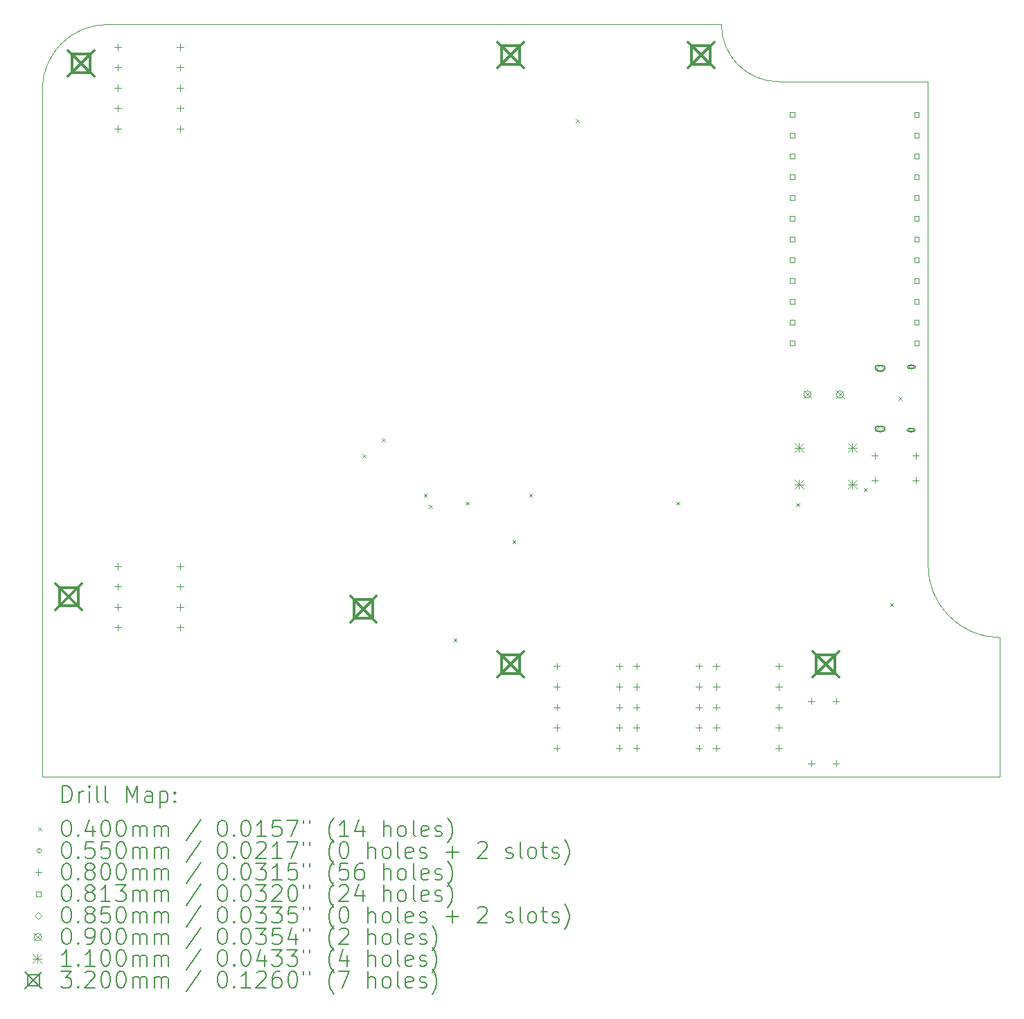
<source format=gbr>
%FSLAX45Y45*%
G04 Gerber Fmt 4.5, Leading zero omitted, Abs format (unit mm)*
G04 Created by KiCad (PCBNEW (5.99.0-12766-g4a3658027e)) date 2021-12-04 14:11:23*
%MOMM*%
%LPD*%
G01*
G04 APERTURE LIST*
%TA.AperFunction,Profile*%
%ADD10C,0.050000*%
%TD*%
%ADD11C,0.200000*%
%ADD12C,0.040000*%
%ADD13C,0.055000*%
%ADD14C,0.080000*%
%ADD15C,0.081280*%
%ADD16C,0.085000*%
%ADD17C,0.090000*%
%ADD18C,0.110000*%
%ADD19C,0.320000*%
G04 APERTURE END LIST*
D10*
X2400000Y-1825000D02*
G75*
G03*
X1600000Y-2625000I0J-800000D01*
G01*
X10600000Y-2525000D02*
X12425000Y-2525000D01*
X13300000Y-9325000D02*
G75*
G02*
X12425000Y-8425000I12500J887500D01*
G01*
X1600000Y-11025000D02*
X13300000Y-11025000D01*
X2400000Y-1825000D02*
X7000000Y-1825000D01*
X7000000Y-1825000D02*
X9900000Y-1825000D01*
X12425000Y-2525000D02*
X12425000Y-8425000D01*
X1600000Y-11025000D02*
X1600000Y-2625000D01*
X9900000Y-1825000D02*
G75*
G03*
X10600000Y-2525000I700000J0D01*
G01*
X13300000Y-11025000D02*
X13300000Y-9325000D01*
D11*
D12*
X5511800Y-7083480D02*
X5551800Y-7123480D01*
X5551800Y-7083480D02*
X5511800Y-7123480D01*
X5750000Y-6888840D02*
X5790000Y-6928840D01*
X5790000Y-6888840D02*
X5750000Y-6928840D01*
X6262410Y-7565080D02*
X6302410Y-7605080D01*
X6302410Y-7565080D02*
X6262410Y-7605080D01*
X6325140Y-7697890D02*
X6365140Y-7737890D01*
X6365140Y-7697890D02*
X6325140Y-7737890D01*
X6627740Y-9332500D02*
X6667740Y-9372500D01*
X6667740Y-9332500D02*
X6627740Y-9372500D01*
X6776280Y-7662360D02*
X6816280Y-7702360D01*
X6816280Y-7662360D02*
X6776280Y-7702360D01*
X7346750Y-8131160D02*
X7386750Y-8171160D01*
X7386750Y-8131160D02*
X7346750Y-8171160D01*
X7550000Y-7565080D02*
X7590000Y-7605080D01*
X7590000Y-7565080D02*
X7550000Y-7605080D01*
X8120330Y-2982670D02*
X8160330Y-3022670D01*
X8160330Y-2982670D02*
X8120330Y-3022670D01*
X9350000Y-7662360D02*
X9390000Y-7702360D01*
X9390000Y-7662360D02*
X9350000Y-7702360D01*
X10813450Y-7678480D02*
X10853450Y-7718480D01*
X10853450Y-7678480D02*
X10813450Y-7718480D01*
X11640010Y-7498040D02*
X11680010Y-7538040D01*
X11680010Y-7498040D02*
X11640010Y-7538040D01*
X11961570Y-8902060D02*
X12001570Y-8942060D01*
X12001570Y-8902060D02*
X11961570Y-8942060D01*
X12067340Y-6380000D02*
X12107340Y-6420000D01*
X12107340Y-6380000D02*
X12067340Y-6420000D01*
D13*
X12247500Y-6012500D02*
G75*
G03*
X12247500Y-6012500I-27500J0D01*
G01*
D11*
X12187500Y-6030000D02*
X12252500Y-6030000D01*
X12187500Y-5995000D02*
X12252500Y-5995000D01*
X12252500Y-6030000D02*
G75*
G03*
X12252500Y-5995000I0J17500D01*
G01*
X12187500Y-5995000D02*
G75*
G03*
X12187500Y-6030000I0J-17500D01*
G01*
D13*
X12247500Y-6787500D02*
G75*
G03*
X12247500Y-6787500I-27500J0D01*
G01*
D11*
X12187500Y-6805000D02*
X12252500Y-6805000D01*
X12187500Y-6770000D02*
X12252500Y-6770000D01*
X12252500Y-6805000D02*
G75*
G03*
X12252500Y-6770000I0J17500D01*
G01*
X12187500Y-6770000D02*
G75*
G03*
X12187500Y-6805000I0J-17500D01*
G01*
D14*
X2525000Y-2060000D02*
X2525000Y-2140000D01*
X2485000Y-2100000D02*
X2565000Y-2100000D01*
X2525000Y-2310000D02*
X2525000Y-2390000D01*
X2485000Y-2350000D02*
X2565000Y-2350000D01*
X2525000Y-2560000D02*
X2525000Y-2640000D01*
X2485000Y-2600000D02*
X2565000Y-2600000D01*
X2525000Y-2810000D02*
X2525000Y-2890000D01*
X2485000Y-2850000D02*
X2565000Y-2850000D01*
X2525000Y-3060000D02*
X2525000Y-3140000D01*
X2485000Y-3100000D02*
X2565000Y-3100000D01*
X2525000Y-8410000D02*
X2525000Y-8490000D01*
X2485000Y-8450000D02*
X2565000Y-8450000D01*
X2525000Y-8660000D02*
X2525000Y-8740000D01*
X2485000Y-8700000D02*
X2565000Y-8700000D01*
X2525000Y-8910000D02*
X2525000Y-8990000D01*
X2485000Y-8950000D02*
X2565000Y-8950000D01*
X2525000Y-9160000D02*
X2525000Y-9240000D01*
X2485000Y-9200000D02*
X2565000Y-9200000D01*
X3287000Y-2060000D02*
X3287000Y-2140000D01*
X3247000Y-2100000D02*
X3327000Y-2100000D01*
X3287000Y-2310000D02*
X3287000Y-2390000D01*
X3247000Y-2350000D02*
X3327000Y-2350000D01*
X3287000Y-2560000D02*
X3287000Y-2640000D01*
X3247000Y-2600000D02*
X3327000Y-2600000D01*
X3287000Y-2810000D02*
X3287000Y-2890000D01*
X3247000Y-2850000D02*
X3327000Y-2850000D01*
X3287000Y-3060000D02*
X3287000Y-3140000D01*
X3247000Y-3100000D02*
X3327000Y-3100000D01*
X3287000Y-8410000D02*
X3287000Y-8490000D01*
X3247000Y-8450000D02*
X3327000Y-8450000D01*
X3287000Y-8660000D02*
X3287000Y-8740000D01*
X3247000Y-8700000D02*
X3327000Y-8700000D01*
X3287000Y-8910000D02*
X3287000Y-8990000D01*
X3247000Y-8950000D02*
X3327000Y-8950000D01*
X3287000Y-9160000D02*
X3287000Y-9240000D01*
X3247000Y-9200000D02*
X3327000Y-9200000D01*
X7888000Y-9635000D02*
X7888000Y-9715000D01*
X7848000Y-9675000D02*
X7928000Y-9675000D01*
X7888000Y-9885000D02*
X7888000Y-9965000D01*
X7848000Y-9925000D02*
X7928000Y-9925000D01*
X7888000Y-10135000D02*
X7888000Y-10215000D01*
X7848000Y-10175000D02*
X7928000Y-10175000D01*
X7888000Y-10385000D02*
X7888000Y-10465000D01*
X7848000Y-10425000D02*
X7928000Y-10425000D01*
X7888000Y-10635000D02*
X7888000Y-10715000D01*
X7848000Y-10675000D02*
X7928000Y-10675000D01*
X8650000Y-9635000D02*
X8650000Y-9715000D01*
X8610000Y-9675000D02*
X8690000Y-9675000D01*
X8650000Y-9885000D02*
X8650000Y-9965000D01*
X8610000Y-9925000D02*
X8690000Y-9925000D01*
X8650000Y-10135000D02*
X8650000Y-10215000D01*
X8610000Y-10175000D02*
X8690000Y-10175000D01*
X8650000Y-10385000D02*
X8650000Y-10465000D01*
X8610000Y-10425000D02*
X8690000Y-10425000D01*
X8650000Y-10635000D02*
X8650000Y-10715000D01*
X8610000Y-10675000D02*
X8690000Y-10675000D01*
X8863000Y-9635000D02*
X8863000Y-9715000D01*
X8823000Y-9675000D02*
X8903000Y-9675000D01*
X8863000Y-9885000D02*
X8863000Y-9965000D01*
X8823000Y-9925000D02*
X8903000Y-9925000D01*
X8863000Y-10135000D02*
X8863000Y-10215000D01*
X8823000Y-10175000D02*
X8903000Y-10175000D01*
X8863000Y-10385000D02*
X8863000Y-10465000D01*
X8823000Y-10425000D02*
X8903000Y-10425000D01*
X8863000Y-10635000D02*
X8863000Y-10715000D01*
X8823000Y-10675000D02*
X8903000Y-10675000D01*
X9625000Y-9635000D02*
X9625000Y-9715000D01*
X9585000Y-9675000D02*
X9665000Y-9675000D01*
X9625000Y-9885000D02*
X9625000Y-9965000D01*
X9585000Y-9925000D02*
X9665000Y-9925000D01*
X9625000Y-10135000D02*
X9625000Y-10215000D01*
X9585000Y-10175000D02*
X9665000Y-10175000D01*
X9625000Y-10385000D02*
X9625000Y-10465000D01*
X9585000Y-10425000D02*
X9665000Y-10425000D01*
X9625000Y-10635000D02*
X9625000Y-10715000D01*
X9585000Y-10675000D02*
X9665000Y-10675000D01*
X9838000Y-9635000D02*
X9838000Y-9715000D01*
X9798000Y-9675000D02*
X9878000Y-9675000D01*
X9838000Y-9885000D02*
X9838000Y-9965000D01*
X9798000Y-9925000D02*
X9878000Y-9925000D01*
X9838000Y-10135000D02*
X9838000Y-10215000D01*
X9798000Y-10175000D02*
X9878000Y-10175000D01*
X9838000Y-10385000D02*
X9838000Y-10465000D01*
X9798000Y-10425000D02*
X9878000Y-10425000D01*
X9838000Y-10635000D02*
X9838000Y-10715000D01*
X9798000Y-10675000D02*
X9878000Y-10675000D01*
X10600000Y-9635000D02*
X10600000Y-9715000D01*
X10560000Y-9675000D02*
X10640000Y-9675000D01*
X10600000Y-9885000D02*
X10600000Y-9965000D01*
X10560000Y-9925000D02*
X10640000Y-9925000D01*
X10600000Y-10135000D02*
X10600000Y-10215000D01*
X10560000Y-10175000D02*
X10640000Y-10175000D01*
X10600000Y-10385000D02*
X10600000Y-10465000D01*
X10560000Y-10425000D02*
X10640000Y-10425000D01*
X10600000Y-10635000D02*
X10600000Y-10715000D01*
X10560000Y-10675000D02*
X10640000Y-10675000D01*
X11000000Y-10060000D02*
X11000000Y-10140000D01*
X10960000Y-10100000D02*
X11040000Y-10100000D01*
X11000000Y-10822000D02*
X11000000Y-10902000D01*
X10960000Y-10862000D02*
X11040000Y-10862000D01*
X11300000Y-10060000D02*
X11300000Y-10140000D01*
X11260000Y-10100000D02*
X11340000Y-10100000D01*
X11300000Y-10822000D02*
X11300000Y-10902000D01*
X11260000Y-10862000D02*
X11340000Y-10862000D01*
X11775000Y-7060000D02*
X11775000Y-7140000D01*
X11735000Y-7100000D02*
X11815000Y-7100000D01*
X11775000Y-7360000D02*
X11775000Y-7440000D01*
X11735000Y-7400000D02*
X11815000Y-7400000D01*
X12275000Y-7060000D02*
X12275000Y-7140000D01*
X12235000Y-7100000D02*
X12315000Y-7100000D01*
X12275000Y-7360000D02*
X12275000Y-7440000D01*
X12235000Y-7400000D02*
X12315000Y-7400000D01*
D15*
X10792877Y-2955937D02*
X10792877Y-2898463D01*
X10735403Y-2898463D01*
X10735403Y-2955937D01*
X10792877Y-2955937D01*
X10792877Y-3209937D02*
X10792877Y-3152463D01*
X10735403Y-3152463D01*
X10735403Y-3209937D01*
X10792877Y-3209937D01*
X10792877Y-3463937D02*
X10792877Y-3406463D01*
X10735403Y-3406463D01*
X10735403Y-3463937D01*
X10792877Y-3463937D01*
X10792877Y-3717937D02*
X10792877Y-3660463D01*
X10735403Y-3660463D01*
X10735403Y-3717937D01*
X10792877Y-3717937D01*
X10792877Y-3971937D02*
X10792877Y-3914463D01*
X10735403Y-3914463D01*
X10735403Y-3971937D01*
X10792877Y-3971937D01*
X10792877Y-4225937D02*
X10792877Y-4168463D01*
X10735403Y-4168463D01*
X10735403Y-4225937D01*
X10792877Y-4225937D01*
X10792877Y-4479937D02*
X10792877Y-4422463D01*
X10735403Y-4422463D01*
X10735403Y-4479937D01*
X10792877Y-4479937D01*
X10792877Y-4733937D02*
X10792877Y-4676463D01*
X10735403Y-4676463D01*
X10735403Y-4733937D01*
X10792877Y-4733937D01*
X10792877Y-4987937D02*
X10792877Y-4930463D01*
X10735403Y-4930463D01*
X10735403Y-4987937D01*
X10792877Y-4987937D01*
X10792877Y-5241937D02*
X10792877Y-5184463D01*
X10735403Y-5184463D01*
X10735403Y-5241937D01*
X10792877Y-5241937D01*
X10792877Y-5495937D02*
X10792877Y-5438463D01*
X10735403Y-5438463D01*
X10735403Y-5495937D01*
X10792877Y-5495937D01*
X10792877Y-5749937D02*
X10792877Y-5692463D01*
X10735403Y-5692463D01*
X10735403Y-5749937D01*
X10792877Y-5749937D01*
X12314877Y-2955937D02*
X12314877Y-2898463D01*
X12257403Y-2898463D01*
X12257403Y-2955937D01*
X12314877Y-2955937D01*
X12314877Y-3209937D02*
X12314877Y-3152463D01*
X12257403Y-3152463D01*
X12257403Y-3209937D01*
X12314877Y-3209937D01*
X12314877Y-3463937D02*
X12314877Y-3406463D01*
X12257403Y-3406463D01*
X12257403Y-3463937D01*
X12314877Y-3463937D01*
X12314877Y-3717937D02*
X12314877Y-3660463D01*
X12257403Y-3660463D01*
X12257403Y-3717937D01*
X12314877Y-3717937D01*
X12314877Y-3971937D02*
X12314877Y-3914463D01*
X12257403Y-3914463D01*
X12257403Y-3971937D01*
X12314877Y-3971937D01*
X12314877Y-4225937D02*
X12314877Y-4168463D01*
X12257403Y-4168463D01*
X12257403Y-4225937D01*
X12314877Y-4225937D01*
X12314877Y-4479937D02*
X12314877Y-4422463D01*
X12257403Y-4422463D01*
X12257403Y-4479937D01*
X12314877Y-4479937D01*
X12314877Y-4733937D02*
X12314877Y-4676463D01*
X12257403Y-4676463D01*
X12257403Y-4733937D01*
X12314877Y-4733937D01*
X12314877Y-4987937D02*
X12314877Y-4930463D01*
X12257403Y-4930463D01*
X12257403Y-4987937D01*
X12314877Y-4987937D01*
X12314877Y-5241937D02*
X12314877Y-5184463D01*
X12257403Y-5184463D01*
X12257403Y-5241937D01*
X12314877Y-5241937D01*
X12314877Y-5495937D02*
X12314877Y-5438463D01*
X12257403Y-5438463D01*
X12257403Y-5495937D01*
X12314877Y-5495937D01*
X12314877Y-5749937D02*
X12314877Y-5692463D01*
X12257403Y-5692463D01*
X12257403Y-5749937D01*
X12314877Y-5749937D01*
D16*
X11840000Y-6070000D02*
X11882500Y-6027500D01*
X11840000Y-5985000D01*
X11797500Y-6027500D01*
X11840000Y-6070000D01*
D11*
X11812500Y-6060000D02*
X11867500Y-6060000D01*
X11812500Y-5995000D02*
X11867500Y-5995000D01*
X11867500Y-6060000D02*
G75*
G03*
X11867500Y-5995000I0J32500D01*
G01*
X11812500Y-5995000D02*
G75*
G03*
X11812500Y-6060000I0J-32500D01*
G01*
D16*
X11840000Y-6815000D02*
X11882500Y-6772500D01*
X11840000Y-6730000D01*
X11797500Y-6772500D01*
X11840000Y-6815000D01*
D11*
X11812500Y-6805000D02*
X11867500Y-6805000D01*
X11812500Y-6740000D02*
X11867500Y-6740000D01*
X11867500Y-6805000D02*
G75*
G03*
X11867500Y-6740000I0J32500D01*
G01*
X11812500Y-6740000D02*
G75*
G03*
X11812500Y-6805000I0J-32500D01*
G01*
D17*
X10905000Y-6305000D02*
X10995000Y-6395000D01*
X10995000Y-6305000D02*
X10905000Y-6395000D01*
X10995000Y-6350000D02*
G75*
G03*
X10995000Y-6350000I-45000J0D01*
G01*
X11305000Y-6305000D02*
X11395000Y-6395000D01*
X11395000Y-6305000D02*
X11305000Y-6395000D01*
X11395000Y-6350000D02*
G75*
G03*
X11395000Y-6350000I-45000J0D01*
G01*
D18*
X10795000Y-6945000D02*
X10905000Y-7055000D01*
X10905000Y-6945000D02*
X10795000Y-7055000D01*
X10850000Y-6945000D02*
X10850000Y-7055000D01*
X10795000Y-7000000D02*
X10905000Y-7000000D01*
X10795000Y-7395000D02*
X10905000Y-7505000D01*
X10905000Y-7395000D02*
X10795000Y-7505000D01*
X10850000Y-7395000D02*
X10850000Y-7505000D01*
X10795000Y-7450000D02*
X10905000Y-7450000D01*
X11445000Y-6945000D02*
X11555000Y-7055000D01*
X11555000Y-6945000D02*
X11445000Y-7055000D01*
X11500000Y-6945000D02*
X11500000Y-7055000D01*
X11445000Y-7000000D02*
X11555000Y-7000000D01*
X11445000Y-7395000D02*
X11555000Y-7505000D01*
X11555000Y-7395000D02*
X11445000Y-7505000D01*
X11500000Y-7395000D02*
X11500000Y-7505000D01*
X11445000Y-7450000D02*
X11555000Y-7450000D01*
D19*
X1765000Y-8665000D02*
X2085000Y-8985000D01*
X2085000Y-8665000D02*
X1765000Y-8985000D01*
X2038138Y-8938138D02*
X2038138Y-8711862D01*
X1811862Y-8711862D01*
X1811862Y-8938138D01*
X2038138Y-8938138D01*
X1915000Y-2140000D02*
X2235000Y-2460000D01*
X2235000Y-2140000D02*
X1915000Y-2460000D01*
X2188138Y-2413138D02*
X2188138Y-2186862D01*
X1961862Y-2186862D01*
X1961862Y-2413138D01*
X2188138Y-2413138D01*
X5365000Y-8815000D02*
X5685000Y-9135000D01*
X5685000Y-8815000D02*
X5365000Y-9135000D01*
X5638138Y-9088138D02*
X5638138Y-8861862D01*
X5411862Y-8861862D01*
X5411862Y-9088138D01*
X5638138Y-9088138D01*
X7165000Y-2040000D02*
X7485000Y-2360000D01*
X7485000Y-2040000D02*
X7165000Y-2360000D01*
X7438138Y-2313138D02*
X7438138Y-2086862D01*
X7211862Y-2086862D01*
X7211862Y-2313138D01*
X7438138Y-2313138D01*
X7165000Y-9490000D02*
X7485000Y-9810000D01*
X7485000Y-9490000D02*
X7165000Y-9810000D01*
X7438138Y-9763138D02*
X7438138Y-9536862D01*
X7211862Y-9536862D01*
X7211862Y-9763138D01*
X7438138Y-9763138D01*
X9490000Y-2040000D02*
X9810000Y-2360000D01*
X9810000Y-2040000D02*
X9490000Y-2360000D01*
X9763138Y-2313138D02*
X9763138Y-2086862D01*
X9536862Y-2086862D01*
X9536862Y-2313138D01*
X9763138Y-2313138D01*
X11015000Y-9490000D02*
X11335000Y-9810000D01*
X11335000Y-9490000D02*
X11015000Y-9810000D01*
X11288138Y-9763138D02*
X11288138Y-9536862D01*
X11061862Y-9536862D01*
X11061862Y-9763138D01*
X11288138Y-9763138D01*
D11*
X1850119Y-11337976D02*
X1850119Y-11137976D01*
X1897738Y-11137976D01*
X1926309Y-11147500D01*
X1945357Y-11166548D01*
X1954881Y-11185595D01*
X1964405Y-11223690D01*
X1964405Y-11252262D01*
X1954881Y-11290357D01*
X1945357Y-11309405D01*
X1926309Y-11328452D01*
X1897738Y-11337976D01*
X1850119Y-11337976D01*
X2050119Y-11337976D02*
X2050119Y-11204643D01*
X2050119Y-11242738D02*
X2059643Y-11223690D01*
X2069167Y-11214167D01*
X2088214Y-11204643D01*
X2107262Y-11204643D01*
X2173929Y-11337976D02*
X2173929Y-11204643D01*
X2173929Y-11137976D02*
X2164405Y-11147500D01*
X2173929Y-11157024D01*
X2183452Y-11147500D01*
X2173929Y-11137976D01*
X2173929Y-11157024D01*
X2297738Y-11337976D02*
X2278690Y-11328452D01*
X2269167Y-11309405D01*
X2269167Y-11137976D01*
X2402500Y-11337976D02*
X2383452Y-11328452D01*
X2373929Y-11309405D01*
X2373929Y-11137976D01*
X2631071Y-11337976D02*
X2631071Y-11137976D01*
X2697738Y-11280833D01*
X2764405Y-11137976D01*
X2764405Y-11337976D01*
X2945357Y-11337976D02*
X2945357Y-11233214D01*
X2935833Y-11214167D01*
X2916786Y-11204643D01*
X2878690Y-11204643D01*
X2859643Y-11214167D01*
X2945357Y-11328452D02*
X2926309Y-11337976D01*
X2878690Y-11337976D01*
X2859643Y-11328452D01*
X2850119Y-11309405D01*
X2850119Y-11290357D01*
X2859643Y-11271309D01*
X2878690Y-11261786D01*
X2926309Y-11261786D01*
X2945357Y-11252262D01*
X3040595Y-11204643D02*
X3040595Y-11404643D01*
X3040595Y-11214167D02*
X3059643Y-11204643D01*
X3097738Y-11204643D01*
X3116786Y-11214167D01*
X3126309Y-11223690D01*
X3135833Y-11242738D01*
X3135833Y-11299881D01*
X3126309Y-11318928D01*
X3116786Y-11328452D01*
X3097738Y-11337976D01*
X3059643Y-11337976D01*
X3040595Y-11328452D01*
X3221548Y-11318928D02*
X3231071Y-11328452D01*
X3221548Y-11337976D01*
X3212024Y-11328452D01*
X3221548Y-11318928D01*
X3221548Y-11337976D01*
X3221548Y-11214167D02*
X3231071Y-11223690D01*
X3221548Y-11233214D01*
X3212024Y-11223690D01*
X3221548Y-11214167D01*
X3221548Y-11233214D01*
D12*
X1552500Y-11647500D02*
X1592500Y-11687500D01*
X1592500Y-11647500D02*
X1552500Y-11687500D01*
D11*
X1888214Y-11557976D02*
X1907262Y-11557976D01*
X1926309Y-11567500D01*
X1935833Y-11577024D01*
X1945357Y-11596071D01*
X1954881Y-11634167D01*
X1954881Y-11681786D01*
X1945357Y-11719881D01*
X1935833Y-11738928D01*
X1926309Y-11748452D01*
X1907262Y-11757976D01*
X1888214Y-11757976D01*
X1869167Y-11748452D01*
X1859643Y-11738928D01*
X1850119Y-11719881D01*
X1840595Y-11681786D01*
X1840595Y-11634167D01*
X1850119Y-11596071D01*
X1859643Y-11577024D01*
X1869167Y-11567500D01*
X1888214Y-11557976D01*
X2040595Y-11738928D02*
X2050119Y-11748452D01*
X2040595Y-11757976D01*
X2031071Y-11748452D01*
X2040595Y-11738928D01*
X2040595Y-11757976D01*
X2221548Y-11624643D02*
X2221548Y-11757976D01*
X2173929Y-11548452D02*
X2126310Y-11691309D01*
X2250119Y-11691309D01*
X2364405Y-11557976D02*
X2383452Y-11557976D01*
X2402500Y-11567500D01*
X2412024Y-11577024D01*
X2421548Y-11596071D01*
X2431071Y-11634167D01*
X2431071Y-11681786D01*
X2421548Y-11719881D01*
X2412024Y-11738928D01*
X2402500Y-11748452D01*
X2383452Y-11757976D01*
X2364405Y-11757976D01*
X2345357Y-11748452D01*
X2335833Y-11738928D01*
X2326310Y-11719881D01*
X2316786Y-11681786D01*
X2316786Y-11634167D01*
X2326310Y-11596071D01*
X2335833Y-11577024D01*
X2345357Y-11567500D01*
X2364405Y-11557976D01*
X2554881Y-11557976D02*
X2573929Y-11557976D01*
X2592976Y-11567500D01*
X2602500Y-11577024D01*
X2612024Y-11596071D01*
X2621548Y-11634167D01*
X2621548Y-11681786D01*
X2612024Y-11719881D01*
X2602500Y-11738928D01*
X2592976Y-11748452D01*
X2573929Y-11757976D01*
X2554881Y-11757976D01*
X2535833Y-11748452D01*
X2526310Y-11738928D01*
X2516786Y-11719881D01*
X2507262Y-11681786D01*
X2507262Y-11634167D01*
X2516786Y-11596071D01*
X2526310Y-11577024D01*
X2535833Y-11567500D01*
X2554881Y-11557976D01*
X2707262Y-11757976D02*
X2707262Y-11624643D01*
X2707262Y-11643690D02*
X2716786Y-11634167D01*
X2735833Y-11624643D01*
X2764405Y-11624643D01*
X2783452Y-11634167D01*
X2792976Y-11653214D01*
X2792976Y-11757976D01*
X2792976Y-11653214D02*
X2802500Y-11634167D01*
X2821548Y-11624643D01*
X2850119Y-11624643D01*
X2869167Y-11634167D01*
X2878690Y-11653214D01*
X2878690Y-11757976D01*
X2973928Y-11757976D02*
X2973928Y-11624643D01*
X2973928Y-11643690D02*
X2983452Y-11634167D01*
X3002500Y-11624643D01*
X3031071Y-11624643D01*
X3050119Y-11634167D01*
X3059643Y-11653214D01*
X3059643Y-11757976D01*
X3059643Y-11653214D02*
X3069167Y-11634167D01*
X3088214Y-11624643D01*
X3116786Y-11624643D01*
X3135833Y-11634167D01*
X3145357Y-11653214D01*
X3145357Y-11757976D01*
X3535833Y-11548452D02*
X3364405Y-11805595D01*
X3792976Y-11557976D02*
X3812024Y-11557976D01*
X3831071Y-11567500D01*
X3840595Y-11577024D01*
X3850119Y-11596071D01*
X3859643Y-11634167D01*
X3859643Y-11681786D01*
X3850119Y-11719881D01*
X3840595Y-11738928D01*
X3831071Y-11748452D01*
X3812024Y-11757976D01*
X3792976Y-11757976D01*
X3773928Y-11748452D01*
X3764405Y-11738928D01*
X3754881Y-11719881D01*
X3745357Y-11681786D01*
X3745357Y-11634167D01*
X3754881Y-11596071D01*
X3764405Y-11577024D01*
X3773928Y-11567500D01*
X3792976Y-11557976D01*
X3945357Y-11738928D02*
X3954881Y-11748452D01*
X3945357Y-11757976D01*
X3935833Y-11748452D01*
X3945357Y-11738928D01*
X3945357Y-11757976D01*
X4078690Y-11557976D02*
X4097738Y-11557976D01*
X4116786Y-11567500D01*
X4126309Y-11577024D01*
X4135833Y-11596071D01*
X4145357Y-11634167D01*
X4145357Y-11681786D01*
X4135833Y-11719881D01*
X4126309Y-11738928D01*
X4116786Y-11748452D01*
X4097738Y-11757976D01*
X4078690Y-11757976D01*
X4059643Y-11748452D01*
X4050119Y-11738928D01*
X4040595Y-11719881D01*
X4031071Y-11681786D01*
X4031071Y-11634167D01*
X4040595Y-11596071D01*
X4050119Y-11577024D01*
X4059643Y-11567500D01*
X4078690Y-11557976D01*
X4335833Y-11757976D02*
X4221548Y-11757976D01*
X4278690Y-11757976D02*
X4278690Y-11557976D01*
X4259643Y-11586548D01*
X4240595Y-11605595D01*
X4221548Y-11615119D01*
X4516786Y-11557976D02*
X4421548Y-11557976D01*
X4412024Y-11653214D01*
X4421548Y-11643690D01*
X4440595Y-11634167D01*
X4488214Y-11634167D01*
X4507262Y-11643690D01*
X4516786Y-11653214D01*
X4526310Y-11672262D01*
X4526310Y-11719881D01*
X4516786Y-11738928D01*
X4507262Y-11748452D01*
X4488214Y-11757976D01*
X4440595Y-11757976D01*
X4421548Y-11748452D01*
X4412024Y-11738928D01*
X4592976Y-11557976D02*
X4726310Y-11557976D01*
X4640595Y-11757976D01*
X4792976Y-11557976D02*
X4792976Y-11596071D01*
X4869167Y-11557976D02*
X4869167Y-11596071D01*
X5164405Y-11834167D02*
X5154881Y-11824643D01*
X5135833Y-11796071D01*
X5126310Y-11777024D01*
X5116786Y-11748452D01*
X5107262Y-11700833D01*
X5107262Y-11662738D01*
X5116786Y-11615119D01*
X5126310Y-11586548D01*
X5135833Y-11567500D01*
X5154881Y-11538928D01*
X5164405Y-11529405D01*
X5345357Y-11757976D02*
X5231071Y-11757976D01*
X5288214Y-11757976D02*
X5288214Y-11557976D01*
X5269167Y-11586548D01*
X5250119Y-11605595D01*
X5231071Y-11615119D01*
X5516786Y-11624643D02*
X5516786Y-11757976D01*
X5469167Y-11548452D02*
X5421548Y-11691309D01*
X5545357Y-11691309D01*
X5773928Y-11757976D02*
X5773928Y-11557976D01*
X5859643Y-11757976D02*
X5859643Y-11653214D01*
X5850119Y-11634167D01*
X5831071Y-11624643D01*
X5802500Y-11624643D01*
X5783452Y-11634167D01*
X5773928Y-11643690D01*
X5983452Y-11757976D02*
X5964405Y-11748452D01*
X5954881Y-11738928D01*
X5945357Y-11719881D01*
X5945357Y-11662738D01*
X5954881Y-11643690D01*
X5964405Y-11634167D01*
X5983452Y-11624643D01*
X6012024Y-11624643D01*
X6031071Y-11634167D01*
X6040595Y-11643690D01*
X6050119Y-11662738D01*
X6050119Y-11719881D01*
X6040595Y-11738928D01*
X6031071Y-11748452D01*
X6012024Y-11757976D01*
X5983452Y-11757976D01*
X6164405Y-11757976D02*
X6145357Y-11748452D01*
X6135833Y-11729405D01*
X6135833Y-11557976D01*
X6316786Y-11748452D02*
X6297738Y-11757976D01*
X6259643Y-11757976D01*
X6240595Y-11748452D01*
X6231071Y-11729405D01*
X6231071Y-11653214D01*
X6240595Y-11634167D01*
X6259643Y-11624643D01*
X6297738Y-11624643D01*
X6316786Y-11634167D01*
X6326309Y-11653214D01*
X6326309Y-11672262D01*
X6231071Y-11691309D01*
X6402500Y-11748452D02*
X6421548Y-11757976D01*
X6459643Y-11757976D01*
X6478690Y-11748452D01*
X6488214Y-11729405D01*
X6488214Y-11719881D01*
X6478690Y-11700833D01*
X6459643Y-11691309D01*
X6431071Y-11691309D01*
X6412024Y-11681786D01*
X6402500Y-11662738D01*
X6402500Y-11653214D01*
X6412024Y-11634167D01*
X6431071Y-11624643D01*
X6459643Y-11624643D01*
X6478690Y-11634167D01*
X6554881Y-11834167D02*
X6564405Y-11824643D01*
X6583452Y-11796071D01*
X6592976Y-11777024D01*
X6602500Y-11748452D01*
X6612024Y-11700833D01*
X6612024Y-11662738D01*
X6602500Y-11615119D01*
X6592976Y-11586548D01*
X6583452Y-11567500D01*
X6564405Y-11538928D01*
X6554881Y-11529405D01*
D13*
X1592500Y-11931500D02*
G75*
G03*
X1592500Y-11931500I-27500J0D01*
G01*
D11*
X1888214Y-11821976D02*
X1907262Y-11821976D01*
X1926309Y-11831500D01*
X1935833Y-11841024D01*
X1945357Y-11860071D01*
X1954881Y-11898167D01*
X1954881Y-11945786D01*
X1945357Y-11983881D01*
X1935833Y-12002928D01*
X1926309Y-12012452D01*
X1907262Y-12021976D01*
X1888214Y-12021976D01*
X1869167Y-12012452D01*
X1859643Y-12002928D01*
X1850119Y-11983881D01*
X1840595Y-11945786D01*
X1840595Y-11898167D01*
X1850119Y-11860071D01*
X1859643Y-11841024D01*
X1869167Y-11831500D01*
X1888214Y-11821976D01*
X2040595Y-12002928D02*
X2050119Y-12012452D01*
X2040595Y-12021976D01*
X2031071Y-12012452D01*
X2040595Y-12002928D01*
X2040595Y-12021976D01*
X2231071Y-11821976D02*
X2135833Y-11821976D01*
X2126310Y-11917214D01*
X2135833Y-11907690D01*
X2154881Y-11898167D01*
X2202500Y-11898167D01*
X2221548Y-11907690D01*
X2231071Y-11917214D01*
X2240595Y-11936262D01*
X2240595Y-11983881D01*
X2231071Y-12002928D01*
X2221548Y-12012452D01*
X2202500Y-12021976D01*
X2154881Y-12021976D01*
X2135833Y-12012452D01*
X2126310Y-12002928D01*
X2421548Y-11821976D02*
X2326310Y-11821976D01*
X2316786Y-11917214D01*
X2326310Y-11907690D01*
X2345357Y-11898167D01*
X2392976Y-11898167D01*
X2412024Y-11907690D01*
X2421548Y-11917214D01*
X2431071Y-11936262D01*
X2431071Y-11983881D01*
X2421548Y-12002928D01*
X2412024Y-12012452D01*
X2392976Y-12021976D01*
X2345357Y-12021976D01*
X2326310Y-12012452D01*
X2316786Y-12002928D01*
X2554881Y-11821976D02*
X2573929Y-11821976D01*
X2592976Y-11831500D01*
X2602500Y-11841024D01*
X2612024Y-11860071D01*
X2621548Y-11898167D01*
X2621548Y-11945786D01*
X2612024Y-11983881D01*
X2602500Y-12002928D01*
X2592976Y-12012452D01*
X2573929Y-12021976D01*
X2554881Y-12021976D01*
X2535833Y-12012452D01*
X2526310Y-12002928D01*
X2516786Y-11983881D01*
X2507262Y-11945786D01*
X2507262Y-11898167D01*
X2516786Y-11860071D01*
X2526310Y-11841024D01*
X2535833Y-11831500D01*
X2554881Y-11821976D01*
X2707262Y-12021976D02*
X2707262Y-11888643D01*
X2707262Y-11907690D02*
X2716786Y-11898167D01*
X2735833Y-11888643D01*
X2764405Y-11888643D01*
X2783452Y-11898167D01*
X2792976Y-11917214D01*
X2792976Y-12021976D01*
X2792976Y-11917214D02*
X2802500Y-11898167D01*
X2821548Y-11888643D01*
X2850119Y-11888643D01*
X2869167Y-11898167D01*
X2878690Y-11917214D01*
X2878690Y-12021976D01*
X2973928Y-12021976D02*
X2973928Y-11888643D01*
X2973928Y-11907690D02*
X2983452Y-11898167D01*
X3002500Y-11888643D01*
X3031071Y-11888643D01*
X3050119Y-11898167D01*
X3059643Y-11917214D01*
X3059643Y-12021976D01*
X3059643Y-11917214D02*
X3069167Y-11898167D01*
X3088214Y-11888643D01*
X3116786Y-11888643D01*
X3135833Y-11898167D01*
X3145357Y-11917214D01*
X3145357Y-12021976D01*
X3535833Y-11812452D02*
X3364405Y-12069595D01*
X3792976Y-11821976D02*
X3812024Y-11821976D01*
X3831071Y-11831500D01*
X3840595Y-11841024D01*
X3850119Y-11860071D01*
X3859643Y-11898167D01*
X3859643Y-11945786D01*
X3850119Y-11983881D01*
X3840595Y-12002928D01*
X3831071Y-12012452D01*
X3812024Y-12021976D01*
X3792976Y-12021976D01*
X3773928Y-12012452D01*
X3764405Y-12002928D01*
X3754881Y-11983881D01*
X3745357Y-11945786D01*
X3745357Y-11898167D01*
X3754881Y-11860071D01*
X3764405Y-11841024D01*
X3773928Y-11831500D01*
X3792976Y-11821976D01*
X3945357Y-12002928D02*
X3954881Y-12012452D01*
X3945357Y-12021976D01*
X3935833Y-12012452D01*
X3945357Y-12002928D01*
X3945357Y-12021976D01*
X4078690Y-11821976D02*
X4097738Y-11821976D01*
X4116786Y-11831500D01*
X4126309Y-11841024D01*
X4135833Y-11860071D01*
X4145357Y-11898167D01*
X4145357Y-11945786D01*
X4135833Y-11983881D01*
X4126309Y-12002928D01*
X4116786Y-12012452D01*
X4097738Y-12021976D01*
X4078690Y-12021976D01*
X4059643Y-12012452D01*
X4050119Y-12002928D01*
X4040595Y-11983881D01*
X4031071Y-11945786D01*
X4031071Y-11898167D01*
X4040595Y-11860071D01*
X4050119Y-11841024D01*
X4059643Y-11831500D01*
X4078690Y-11821976D01*
X4221548Y-11841024D02*
X4231071Y-11831500D01*
X4250119Y-11821976D01*
X4297738Y-11821976D01*
X4316786Y-11831500D01*
X4326310Y-11841024D01*
X4335833Y-11860071D01*
X4335833Y-11879119D01*
X4326310Y-11907690D01*
X4212024Y-12021976D01*
X4335833Y-12021976D01*
X4526310Y-12021976D02*
X4412024Y-12021976D01*
X4469167Y-12021976D02*
X4469167Y-11821976D01*
X4450119Y-11850548D01*
X4431071Y-11869595D01*
X4412024Y-11879119D01*
X4592976Y-11821976D02*
X4726310Y-11821976D01*
X4640595Y-12021976D01*
X4792976Y-11821976D02*
X4792976Y-11860071D01*
X4869167Y-11821976D02*
X4869167Y-11860071D01*
X5164405Y-12098167D02*
X5154881Y-12088643D01*
X5135833Y-12060071D01*
X5126310Y-12041024D01*
X5116786Y-12012452D01*
X5107262Y-11964833D01*
X5107262Y-11926738D01*
X5116786Y-11879119D01*
X5126310Y-11850548D01*
X5135833Y-11831500D01*
X5154881Y-11802928D01*
X5164405Y-11793405D01*
X5278690Y-11821976D02*
X5297738Y-11821976D01*
X5316786Y-11831500D01*
X5326310Y-11841024D01*
X5335833Y-11860071D01*
X5345357Y-11898167D01*
X5345357Y-11945786D01*
X5335833Y-11983881D01*
X5326310Y-12002928D01*
X5316786Y-12012452D01*
X5297738Y-12021976D01*
X5278690Y-12021976D01*
X5259643Y-12012452D01*
X5250119Y-12002928D01*
X5240595Y-11983881D01*
X5231071Y-11945786D01*
X5231071Y-11898167D01*
X5240595Y-11860071D01*
X5250119Y-11841024D01*
X5259643Y-11831500D01*
X5278690Y-11821976D01*
X5583452Y-12021976D02*
X5583452Y-11821976D01*
X5669167Y-12021976D02*
X5669167Y-11917214D01*
X5659643Y-11898167D01*
X5640595Y-11888643D01*
X5612024Y-11888643D01*
X5592976Y-11898167D01*
X5583452Y-11907690D01*
X5792976Y-12021976D02*
X5773928Y-12012452D01*
X5764405Y-12002928D01*
X5754881Y-11983881D01*
X5754881Y-11926738D01*
X5764405Y-11907690D01*
X5773928Y-11898167D01*
X5792976Y-11888643D01*
X5821548Y-11888643D01*
X5840595Y-11898167D01*
X5850119Y-11907690D01*
X5859643Y-11926738D01*
X5859643Y-11983881D01*
X5850119Y-12002928D01*
X5840595Y-12012452D01*
X5821548Y-12021976D01*
X5792976Y-12021976D01*
X5973928Y-12021976D02*
X5954881Y-12012452D01*
X5945357Y-11993405D01*
X5945357Y-11821976D01*
X6126309Y-12012452D02*
X6107262Y-12021976D01*
X6069167Y-12021976D01*
X6050119Y-12012452D01*
X6040595Y-11993405D01*
X6040595Y-11917214D01*
X6050119Y-11898167D01*
X6069167Y-11888643D01*
X6107262Y-11888643D01*
X6126309Y-11898167D01*
X6135833Y-11917214D01*
X6135833Y-11936262D01*
X6040595Y-11955309D01*
X6212024Y-12012452D02*
X6231071Y-12021976D01*
X6269167Y-12021976D01*
X6288214Y-12012452D01*
X6297738Y-11993405D01*
X6297738Y-11983881D01*
X6288214Y-11964833D01*
X6269167Y-11955309D01*
X6240595Y-11955309D01*
X6221548Y-11945786D01*
X6212024Y-11926738D01*
X6212024Y-11917214D01*
X6221548Y-11898167D01*
X6240595Y-11888643D01*
X6269167Y-11888643D01*
X6288214Y-11898167D01*
X6535833Y-11945786D02*
X6688214Y-11945786D01*
X6612024Y-12021976D02*
X6612024Y-11869595D01*
X6926309Y-11841024D02*
X6935833Y-11831500D01*
X6954881Y-11821976D01*
X7002500Y-11821976D01*
X7021548Y-11831500D01*
X7031071Y-11841024D01*
X7040595Y-11860071D01*
X7040595Y-11879119D01*
X7031071Y-11907690D01*
X6916786Y-12021976D01*
X7040595Y-12021976D01*
X7269167Y-12012452D02*
X7288214Y-12021976D01*
X7326309Y-12021976D01*
X7345357Y-12012452D01*
X7354881Y-11993405D01*
X7354881Y-11983881D01*
X7345357Y-11964833D01*
X7326309Y-11955309D01*
X7297738Y-11955309D01*
X7278690Y-11945786D01*
X7269167Y-11926738D01*
X7269167Y-11917214D01*
X7278690Y-11898167D01*
X7297738Y-11888643D01*
X7326309Y-11888643D01*
X7345357Y-11898167D01*
X7469167Y-12021976D02*
X7450119Y-12012452D01*
X7440595Y-11993405D01*
X7440595Y-11821976D01*
X7573928Y-12021976D02*
X7554881Y-12012452D01*
X7545357Y-12002928D01*
X7535833Y-11983881D01*
X7535833Y-11926738D01*
X7545357Y-11907690D01*
X7554881Y-11898167D01*
X7573928Y-11888643D01*
X7602500Y-11888643D01*
X7621548Y-11898167D01*
X7631071Y-11907690D01*
X7640595Y-11926738D01*
X7640595Y-11983881D01*
X7631071Y-12002928D01*
X7621548Y-12012452D01*
X7602500Y-12021976D01*
X7573928Y-12021976D01*
X7697738Y-11888643D02*
X7773928Y-11888643D01*
X7726309Y-11821976D02*
X7726309Y-11993405D01*
X7735833Y-12012452D01*
X7754881Y-12021976D01*
X7773928Y-12021976D01*
X7831071Y-12012452D02*
X7850119Y-12021976D01*
X7888214Y-12021976D01*
X7907262Y-12012452D01*
X7916786Y-11993405D01*
X7916786Y-11983881D01*
X7907262Y-11964833D01*
X7888214Y-11955309D01*
X7859643Y-11955309D01*
X7840595Y-11945786D01*
X7831071Y-11926738D01*
X7831071Y-11917214D01*
X7840595Y-11898167D01*
X7859643Y-11888643D01*
X7888214Y-11888643D01*
X7907262Y-11898167D01*
X7983452Y-12098167D02*
X7992976Y-12088643D01*
X8012024Y-12060071D01*
X8021548Y-12041024D01*
X8031071Y-12012452D01*
X8040595Y-11964833D01*
X8040595Y-11926738D01*
X8031071Y-11879119D01*
X8021548Y-11850548D01*
X8012024Y-11831500D01*
X7992976Y-11802928D01*
X7983452Y-11793405D01*
D14*
X1552500Y-12155500D02*
X1552500Y-12235500D01*
X1512500Y-12195500D02*
X1592500Y-12195500D01*
D11*
X1888214Y-12085976D02*
X1907262Y-12085976D01*
X1926309Y-12095500D01*
X1935833Y-12105024D01*
X1945357Y-12124071D01*
X1954881Y-12162167D01*
X1954881Y-12209786D01*
X1945357Y-12247881D01*
X1935833Y-12266928D01*
X1926309Y-12276452D01*
X1907262Y-12285976D01*
X1888214Y-12285976D01*
X1869167Y-12276452D01*
X1859643Y-12266928D01*
X1850119Y-12247881D01*
X1840595Y-12209786D01*
X1840595Y-12162167D01*
X1850119Y-12124071D01*
X1859643Y-12105024D01*
X1869167Y-12095500D01*
X1888214Y-12085976D01*
X2040595Y-12266928D02*
X2050119Y-12276452D01*
X2040595Y-12285976D01*
X2031071Y-12276452D01*
X2040595Y-12266928D01*
X2040595Y-12285976D01*
X2164405Y-12171690D02*
X2145357Y-12162167D01*
X2135833Y-12152643D01*
X2126310Y-12133595D01*
X2126310Y-12124071D01*
X2135833Y-12105024D01*
X2145357Y-12095500D01*
X2164405Y-12085976D01*
X2202500Y-12085976D01*
X2221548Y-12095500D01*
X2231071Y-12105024D01*
X2240595Y-12124071D01*
X2240595Y-12133595D01*
X2231071Y-12152643D01*
X2221548Y-12162167D01*
X2202500Y-12171690D01*
X2164405Y-12171690D01*
X2145357Y-12181214D01*
X2135833Y-12190738D01*
X2126310Y-12209786D01*
X2126310Y-12247881D01*
X2135833Y-12266928D01*
X2145357Y-12276452D01*
X2164405Y-12285976D01*
X2202500Y-12285976D01*
X2221548Y-12276452D01*
X2231071Y-12266928D01*
X2240595Y-12247881D01*
X2240595Y-12209786D01*
X2231071Y-12190738D01*
X2221548Y-12181214D01*
X2202500Y-12171690D01*
X2364405Y-12085976D02*
X2383452Y-12085976D01*
X2402500Y-12095500D01*
X2412024Y-12105024D01*
X2421548Y-12124071D01*
X2431071Y-12162167D01*
X2431071Y-12209786D01*
X2421548Y-12247881D01*
X2412024Y-12266928D01*
X2402500Y-12276452D01*
X2383452Y-12285976D01*
X2364405Y-12285976D01*
X2345357Y-12276452D01*
X2335833Y-12266928D01*
X2326310Y-12247881D01*
X2316786Y-12209786D01*
X2316786Y-12162167D01*
X2326310Y-12124071D01*
X2335833Y-12105024D01*
X2345357Y-12095500D01*
X2364405Y-12085976D01*
X2554881Y-12085976D02*
X2573929Y-12085976D01*
X2592976Y-12095500D01*
X2602500Y-12105024D01*
X2612024Y-12124071D01*
X2621548Y-12162167D01*
X2621548Y-12209786D01*
X2612024Y-12247881D01*
X2602500Y-12266928D01*
X2592976Y-12276452D01*
X2573929Y-12285976D01*
X2554881Y-12285976D01*
X2535833Y-12276452D01*
X2526310Y-12266928D01*
X2516786Y-12247881D01*
X2507262Y-12209786D01*
X2507262Y-12162167D01*
X2516786Y-12124071D01*
X2526310Y-12105024D01*
X2535833Y-12095500D01*
X2554881Y-12085976D01*
X2707262Y-12285976D02*
X2707262Y-12152643D01*
X2707262Y-12171690D02*
X2716786Y-12162167D01*
X2735833Y-12152643D01*
X2764405Y-12152643D01*
X2783452Y-12162167D01*
X2792976Y-12181214D01*
X2792976Y-12285976D01*
X2792976Y-12181214D02*
X2802500Y-12162167D01*
X2821548Y-12152643D01*
X2850119Y-12152643D01*
X2869167Y-12162167D01*
X2878690Y-12181214D01*
X2878690Y-12285976D01*
X2973928Y-12285976D02*
X2973928Y-12152643D01*
X2973928Y-12171690D02*
X2983452Y-12162167D01*
X3002500Y-12152643D01*
X3031071Y-12152643D01*
X3050119Y-12162167D01*
X3059643Y-12181214D01*
X3059643Y-12285976D01*
X3059643Y-12181214D02*
X3069167Y-12162167D01*
X3088214Y-12152643D01*
X3116786Y-12152643D01*
X3135833Y-12162167D01*
X3145357Y-12181214D01*
X3145357Y-12285976D01*
X3535833Y-12076452D02*
X3364405Y-12333595D01*
X3792976Y-12085976D02*
X3812024Y-12085976D01*
X3831071Y-12095500D01*
X3840595Y-12105024D01*
X3850119Y-12124071D01*
X3859643Y-12162167D01*
X3859643Y-12209786D01*
X3850119Y-12247881D01*
X3840595Y-12266928D01*
X3831071Y-12276452D01*
X3812024Y-12285976D01*
X3792976Y-12285976D01*
X3773928Y-12276452D01*
X3764405Y-12266928D01*
X3754881Y-12247881D01*
X3745357Y-12209786D01*
X3745357Y-12162167D01*
X3754881Y-12124071D01*
X3764405Y-12105024D01*
X3773928Y-12095500D01*
X3792976Y-12085976D01*
X3945357Y-12266928D02*
X3954881Y-12276452D01*
X3945357Y-12285976D01*
X3935833Y-12276452D01*
X3945357Y-12266928D01*
X3945357Y-12285976D01*
X4078690Y-12085976D02*
X4097738Y-12085976D01*
X4116786Y-12095500D01*
X4126309Y-12105024D01*
X4135833Y-12124071D01*
X4145357Y-12162167D01*
X4145357Y-12209786D01*
X4135833Y-12247881D01*
X4126309Y-12266928D01*
X4116786Y-12276452D01*
X4097738Y-12285976D01*
X4078690Y-12285976D01*
X4059643Y-12276452D01*
X4050119Y-12266928D01*
X4040595Y-12247881D01*
X4031071Y-12209786D01*
X4031071Y-12162167D01*
X4040595Y-12124071D01*
X4050119Y-12105024D01*
X4059643Y-12095500D01*
X4078690Y-12085976D01*
X4212024Y-12085976D02*
X4335833Y-12085976D01*
X4269167Y-12162167D01*
X4297738Y-12162167D01*
X4316786Y-12171690D01*
X4326310Y-12181214D01*
X4335833Y-12200262D01*
X4335833Y-12247881D01*
X4326310Y-12266928D01*
X4316786Y-12276452D01*
X4297738Y-12285976D01*
X4240595Y-12285976D01*
X4221548Y-12276452D01*
X4212024Y-12266928D01*
X4526310Y-12285976D02*
X4412024Y-12285976D01*
X4469167Y-12285976D02*
X4469167Y-12085976D01*
X4450119Y-12114548D01*
X4431071Y-12133595D01*
X4412024Y-12143119D01*
X4707262Y-12085976D02*
X4612024Y-12085976D01*
X4602500Y-12181214D01*
X4612024Y-12171690D01*
X4631071Y-12162167D01*
X4678690Y-12162167D01*
X4697738Y-12171690D01*
X4707262Y-12181214D01*
X4716786Y-12200262D01*
X4716786Y-12247881D01*
X4707262Y-12266928D01*
X4697738Y-12276452D01*
X4678690Y-12285976D01*
X4631071Y-12285976D01*
X4612024Y-12276452D01*
X4602500Y-12266928D01*
X4792976Y-12085976D02*
X4792976Y-12124071D01*
X4869167Y-12085976D02*
X4869167Y-12124071D01*
X5164405Y-12362167D02*
X5154881Y-12352643D01*
X5135833Y-12324071D01*
X5126310Y-12305024D01*
X5116786Y-12276452D01*
X5107262Y-12228833D01*
X5107262Y-12190738D01*
X5116786Y-12143119D01*
X5126310Y-12114548D01*
X5135833Y-12095500D01*
X5154881Y-12066928D01*
X5164405Y-12057405D01*
X5335833Y-12085976D02*
X5240595Y-12085976D01*
X5231071Y-12181214D01*
X5240595Y-12171690D01*
X5259643Y-12162167D01*
X5307262Y-12162167D01*
X5326310Y-12171690D01*
X5335833Y-12181214D01*
X5345357Y-12200262D01*
X5345357Y-12247881D01*
X5335833Y-12266928D01*
X5326310Y-12276452D01*
X5307262Y-12285976D01*
X5259643Y-12285976D01*
X5240595Y-12276452D01*
X5231071Y-12266928D01*
X5516786Y-12085976D02*
X5478690Y-12085976D01*
X5459643Y-12095500D01*
X5450119Y-12105024D01*
X5431071Y-12133595D01*
X5421548Y-12171690D01*
X5421548Y-12247881D01*
X5431071Y-12266928D01*
X5440595Y-12276452D01*
X5459643Y-12285976D01*
X5497738Y-12285976D01*
X5516786Y-12276452D01*
X5526310Y-12266928D01*
X5535833Y-12247881D01*
X5535833Y-12200262D01*
X5526310Y-12181214D01*
X5516786Y-12171690D01*
X5497738Y-12162167D01*
X5459643Y-12162167D01*
X5440595Y-12171690D01*
X5431071Y-12181214D01*
X5421548Y-12200262D01*
X5773928Y-12285976D02*
X5773928Y-12085976D01*
X5859643Y-12285976D02*
X5859643Y-12181214D01*
X5850119Y-12162167D01*
X5831071Y-12152643D01*
X5802500Y-12152643D01*
X5783452Y-12162167D01*
X5773928Y-12171690D01*
X5983452Y-12285976D02*
X5964405Y-12276452D01*
X5954881Y-12266928D01*
X5945357Y-12247881D01*
X5945357Y-12190738D01*
X5954881Y-12171690D01*
X5964405Y-12162167D01*
X5983452Y-12152643D01*
X6012024Y-12152643D01*
X6031071Y-12162167D01*
X6040595Y-12171690D01*
X6050119Y-12190738D01*
X6050119Y-12247881D01*
X6040595Y-12266928D01*
X6031071Y-12276452D01*
X6012024Y-12285976D01*
X5983452Y-12285976D01*
X6164405Y-12285976D02*
X6145357Y-12276452D01*
X6135833Y-12257405D01*
X6135833Y-12085976D01*
X6316786Y-12276452D02*
X6297738Y-12285976D01*
X6259643Y-12285976D01*
X6240595Y-12276452D01*
X6231071Y-12257405D01*
X6231071Y-12181214D01*
X6240595Y-12162167D01*
X6259643Y-12152643D01*
X6297738Y-12152643D01*
X6316786Y-12162167D01*
X6326309Y-12181214D01*
X6326309Y-12200262D01*
X6231071Y-12219309D01*
X6402500Y-12276452D02*
X6421548Y-12285976D01*
X6459643Y-12285976D01*
X6478690Y-12276452D01*
X6488214Y-12257405D01*
X6488214Y-12247881D01*
X6478690Y-12228833D01*
X6459643Y-12219309D01*
X6431071Y-12219309D01*
X6412024Y-12209786D01*
X6402500Y-12190738D01*
X6402500Y-12181214D01*
X6412024Y-12162167D01*
X6431071Y-12152643D01*
X6459643Y-12152643D01*
X6478690Y-12162167D01*
X6554881Y-12362167D02*
X6564405Y-12352643D01*
X6583452Y-12324071D01*
X6592976Y-12305024D01*
X6602500Y-12276452D01*
X6612024Y-12228833D01*
X6612024Y-12190738D01*
X6602500Y-12143119D01*
X6592976Y-12114548D01*
X6583452Y-12095500D01*
X6564405Y-12066928D01*
X6554881Y-12057405D01*
D15*
X1580597Y-12488237D02*
X1580597Y-12430763D01*
X1523123Y-12430763D01*
X1523123Y-12488237D01*
X1580597Y-12488237D01*
D11*
X1888214Y-12349976D02*
X1907262Y-12349976D01*
X1926309Y-12359500D01*
X1935833Y-12369024D01*
X1945357Y-12388071D01*
X1954881Y-12426167D01*
X1954881Y-12473786D01*
X1945357Y-12511881D01*
X1935833Y-12530928D01*
X1926309Y-12540452D01*
X1907262Y-12549976D01*
X1888214Y-12549976D01*
X1869167Y-12540452D01*
X1859643Y-12530928D01*
X1850119Y-12511881D01*
X1840595Y-12473786D01*
X1840595Y-12426167D01*
X1850119Y-12388071D01*
X1859643Y-12369024D01*
X1869167Y-12359500D01*
X1888214Y-12349976D01*
X2040595Y-12530928D02*
X2050119Y-12540452D01*
X2040595Y-12549976D01*
X2031071Y-12540452D01*
X2040595Y-12530928D01*
X2040595Y-12549976D01*
X2164405Y-12435690D02*
X2145357Y-12426167D01*
X2135833Y-12416643D01*
X2126310Y-12397595D01*
X2126310Y-12388071D01*
X2135833Y-12369024D01*
X2145357Y-12359500D01*
X2164405Y-12349976D01*
X2202500Y-12349976D01*
X2221548Y-12359500D01*
X2231071Y-12369024D01*
X2240595Y-12388071D01*
X2240595Y-12397595D01*
X2231071Y-12416643D01*
X2221548Y-12426167D01*
X2202500Y-12435690D01*
X2164405Y-12435690D01*
X2145357Y-12445214D01*
X2135833Y-12454738D01*
X2126310Y-12473786D01*
X2126310Y-12511881D01*
X2135833Y-12530928D01*
X2145357Y-12540452D01*
X2164405Y-12549976D01*
X2202500Y-12549976D01*
X2221548Y-12540452D01*
X2231071Y-12530928D01*
X2240595Y-12511881D01*
X2240595Y-12473786D01*
X2231071Y-12454738D01*
X2221548Y-12445214D01*
X2202500Y-12435690D01*
X2431071Y-12549976D02*
X2316786Y-12549976D01*
X2373929Y-12549976D02*
X2373929Y-12349976D01*
X2354881Y-12378548D01*
X2335833Y-12397595D01*
X2316786Y-12407119D01*
X2497738Y-12349976D02*
X2621548Y-12349976D01*
X2554881Y-12426167D01*
X2583452Y-12426167D01*
X2602500Y-12435690D01*
X2612024Y-12445214D01*
X2621548Y-12464262D01*
X2621548Y-12511881D01*
X2612024Y-12530928D01*
X2602500Y-12540452D01*
X2583452Y-12549976D01*
X2526310Y-12549976D01*
X2507262Y-12540452D01*
X2497738Y-12530928D01*
X2707262Y-12549976D02*
X2707262Y-12416643D01*
X2707262Y-12435690D02*
X2716786Y-12426167D01*
X2735833Y-12416643D01*
X2764405Y-12416643D01*
X2783452Y-12426167D01*
X2792976Y-12445214D01*
X2792976Y-12549976D01*
X2792976Y-12445214D02*
X2802500Y-12426167D01*
X2821548Y-12416643D01*
X2850119Y-12416643D01*
X2869167Y-12426167D01*
X2878690Y-12445214D01*
X2878690Y-12549976D01*
X2973928Y-12549976D02*
X2973928Y-12416643D01*
X2973928Y-12435690D02*
X2983452Y-12426167D01*
X3002500Y-12416643D01*
X3031071Y-12416643D01*
X3050119Y-12426167D01*
X3059643Y-12445214D01*
X3059643Y-12549976D01*
X3059643Y-12445214D02*
X3069167Y-12426167D01*
X3088214Y-12416643D01*
X3116786Y-12416643D01*
X3135833Y-12426167D01*
X3145357Y-12445214D01*
X3145357Y-12549976D01*
X3535833Y-12340452D02*
X3364405Y-12597595D01*
X3792976Y-12349976D02*
X3812024Y-12349976D01*
X3831071Y-12359500D01*
X3840595Y-12369024D01*
X3850119Y-12388071D01*
X3859643Y-12426167D01*
X3859643Y-12473786D01*
X3850119Y-12511881D01*
X3840595Y-12530928D01*
X3831071Y-12540452D01*
X3812024Y-12549976D01*
X3792976Y-12549976D01*
X3773928Y-12540452D01*
X3764405Y-12530928D01*
X3754881Y-12511881D01*
X3745357Y-12473786D01*
X3745357Y-12426167D01*
X3754881Y-12388071D01*
X3764405Y-12369024D01*
X3773928Y-12359500D01*
X3792976Y-12349976D01*
X3945357Y-12530928D02*
X3954881Y-12540452D01*
X3945357Y-12549976D01*
X3935833Y-12540452D01*
X3945357Y-12530928D01*
X3945357Y-12549976D01*
X4078690Y-12349976D02*
X4097738Y-12349976D01*
X4116786Y-12359500D01*
X4126309Y-12369024D01*
X4135833Y-12388071D01*
X4145357Y-12426167D01*
X4145357Y-12473786D01*
X4135833Y-12511881D01*
X4126309Y-12530928D01*
X4116786Y-12540452D01*
X4097738Y-12549976D01*
X4078690Y-12549976D01*
X4059643Y-12540452D01*
X4050119Y-12530928D01*
X4040595Y-12511881D01*
X4031071Y-12473786D01*
X4031071Y-12426167D01*
X4040595Y-12388071D01*
X4050119Y-12369024D01*
X4059643Y-12359500D01*
X4078690Y-12349976D01*
X4212024Y-12349976D02*
X4335833Y-12349976D01*
X4269167Y-12426167D01*
X4297738Y-12426167D01*
X4316786Y-12435690D01*
X4326310Y-12445214D01*
X4335833Y-12464262D01*
X4335833Y-12511881D01*
X4326310Y-12530928D01*
X4316786Y-12540452D01*
X4297738Y-12549976D01*
X4240595Y-12549976D01*
X4221548Y-12540452D01*
X4212024Y-12530928D01*
X4412024Y-12369024D02*
X4421548Y-12359500D01*
X4440595Y-12349976D01*
X4488214Y-12349976D01*
X4507262Y-12359500D01*
X4516786Y-12369024D01*
X4526310Y-12388071D01*
X4526310Y-12407119D01*
X4516786Y-12435690D01*
X4402500Y-12549976D01*
X4526310Y-12549976D01*
X4650119Y-12349976D02*
X4669167Y-12349976D01*
X4688214Y-12359500D01*
X4697738Y-12369024D01*
X4707262Y-12388071D01*
X4716786Y-12426167D01*
X4716786Y-12473786D01*
X4707262Y-12511881D01*
X4697738Y-12530928D01*
X4688214Y-12540452D01*
X4669167Y-12549976D01*
X4650119Y-12549976D01*
X4631071Y-12540452D01*
X4621548Y-12530928D01*
X4612024Y-12511881D01*
X4602500Y-12473786D01*
X4602500Y-12426167D01*
X4612024Y-12388071D01*
X4621548Y-12369024D01*
X4631071Y-12359500D01*
X4650119Y-12349976D01*
X4792976Y-12349976D02*
X4792976Y-12388071D01*
X4869167Y-12349976D02*
X4869167Y-12388071D01*
X5164405Y-12626167D02*
X5154881Y-12616643D01*
X5135833Y-12588071D01*
X5126310Y-12569024D01*
X5116786Y-12540452D01*
X5107262Y-12492833D01*
X5107262Y-12454738D01*
X5116786Y-12407119D01*
X5126310Y-12378548D01*
X5135833Y-12359500D01*
X5154881Y-12330928D01*
X5164405Y-12321405D01*
X5231071Y-12369024D02*
X5240595Y-12359500D01*
X5259643Y-12349976D01*
X5307262Y-12349976D01*
X5326310Y-12359500D01*
X5335833Y-12369024D01*
X5345357Y-12388071D01*
X5345357Y-12407119D01*
X5335833Y-12435690D01*
X5221548Y-12549976D01*
X5345357Y-12549976D01*
X5516786Y-12416643D02*
X5516786Y-12549976D01*
X5469167Y-12340452D02*
X5421548Y-12483309D01*
X5545357Y-12483309D01*
X5773928Y-12549976D02*
X5773928Y-12349976D01*
X5859643Y-12549976D02*
X5859643Y-12445214D01*
X5850119Y-12426167D01*
X5831071Y-12416643D01*
X5802500Y-12416643D01*
X5783452Y-12426167D01*
X5773928Y-12435690D01*
X5983452Y-12549976D02*
X5964405Y-12540452D01*
X5954881Y-12530928D01*
X5945357Y-12511881D01*
X5945357Y-12454738D01*
X5954881Y-12435690D01*
X5964405Y-12426167D01*
X5983452Y-12416643D01*
X6012024Y-12416643D01*
X6031071Y-12426167D01*
X6040595Y-12435690D01*
X6050119Y-12454738D01*
X6050119Y-12511881D01*
X6040595Y-12530928D01*
X6031071Y-12540452D01*
X6012024Y-12549976D01*
X5983452Y-12549976D01*
X6164405Y-12549976D02*
X6145357Y-12540452D01*
X6135833Y-12521405D01*
X6135833Y-12349976D01*
X6316786Y-12540452D02*
X6297738Y-12549976D01*
X6259643Y-12549976D01*
X6240595Y-12540452D01*
X6231071Y-12521405D01*
X6231071Y-12445214D01*
X6240595Y-12426167D01*
X6259643Y-12416643D01*
X6297738Y-12416643D01*
X6316786Y-12426167D01*
X6326309Y-12445214D01*
X6326309Y-12464262D01*
X6231071Y-12483309D01*
X6402500Y-12540452D02*
X6421548Y-12549976D01*
X6459643Y-12549976D01*
X6478690Y-12540452D01*
X6488214Y-12521405D01*
X6488214Y-12511881D01*
X6478690Y-12492833D01*
X6459643Y-12483309D01*
X6431071Y-12483309D01*
X6412024Y-12473786D01*
X6402500Y-12454738D01*
X6402500Y-12445214D01*
X6412024Y-12426167D01*
X6431071Y-12416643D01*
X6459643Y-12416643D01*
X6478690Y-12426167D01*
X6554881Y-12626167D02*
X6564405Y-12616643D01*
X6583452Y-12588071D01*
X6592976Y-12569024D01*
X6602500Y-12540452D01*
X6612024Y-12492833D01*
X6612024Y-12454738D01*
X6602500Y-12407119D01*
X6592976Y-12378548D01*
X6583452Y-12359500D01*
X6564405Y-12330928D01*
X6554881Y-12321405D01*
D16*
X1550000Y-12766000D02*
X1592500Y-12723500D01*
X1550000Y-12681000D01*
X1507500Y-12723500D01*
X1550000Y-12766000D01*
D11*
X1888214Y-12613976D02*
X1907262Y-12613976D01*
X1926309Y-12623500D01*
X1935833Y-12633024D01*
X1945357Y-12652071D01*
X1954881Y-12690167D01*
X1954881Y-12737786D01*
X1945357Y-12775881D01*
X1935833Y-12794928D01*
X1926309Y-12804452D01*
X1907262Y-12813976D01*
X1888214Y-12813976D01*
X1869167Y-12804452D01*
X1859643Y-12794928D01*
X1850119Y-12775881D01*
X1840595Y-12737786D01*
X1840595Y-12690167D01*
X1850119Y-12652071D01*
X1859643Y-12633024D01*
X1869167Y-12623500D01*
X1888214Y-12613976D01*
X2040595Y-12794928D02*
X2050119Y-12804452D01*
X2040595Y-12813976D01*
X2031071Y-12804452D01*
X2040595Y-12794928D01*
X2040595Y-12813976D01*
X2164405Y-12699690D02*
X2145357Y-12690167D01*
X2135833Y-12680643D01*
X2126310Y-12661595D01*
X2126310Y-12652071D01*
X2135833Y-12633024D01*
X2145357Y-12623500D01*
X2164405Y-12613976D01*
X2202500Y-12613976D01*
X2221548Y-12623500D01*
X2231071Y-12633024D01*
X2240595Y-12652071D01*
X2240595Y-12661595D01*
X2231071Y-12680643D01*
X2221548Y-12690167D01*
X2202500Y-12699690D01*
X2164405Y-12699690D01*
X2145357Y-12709214D01*
X2135833Y-12718738D01*
X2126310Y-12737786D01*
X2126310Y-12775881D01*
X2135833Y-12794928D01*
X2145357Y-12804452D01*
X2164405Y-12813976D01*
X2202500Y-12813976D01*
X2221548Y-12804452D01*
X2231071Y-12794928D01*
X2240595Y-12775881D01*
X2240595Y-12737786D01*
X2231071Y-12718738D01*
X2221548Y-12709214D01*
X2202500Y-12699690D01*
X2421548Y-12613976D02*
X2326310Y-12613976D01*
X2316786Y-12709214D01*
X2326310Y-12699690D01*
X2345357Y-12690167D01*
X2392976Y-12690167D01*
X2412024Y-12699690D01*
X2421548Y-12709214D01*
X2431071Y-12728262D01*
X2431071Y-12775881D01*
X2421548Y-12794928D01*
X2412024Y-12804452D01*
X2392976Y-12813976D01*
X2345357Y-12813976D01*
X2326310Y-12804452D01*
X2316786Y-12794928D01*
X2554881Y-12613976D02*
X2573929Y-12613976D01*
X2592976Y-12623500D01*
X2602500Y-12633024D01*
X2612024Y-12652071D01*
X2621548Y-12690167D01*
X2621548Y-12737786D01*
X2612024Y-12775881D01*
X2602500Y-12794928D01*
X2592976Y-12804452D01*
X2573929Y-12813976D01*
X2554881Y-12813976D01*
X2535833Y-12804452D01*
X2526310Y-12794928D01*
X2516786Y-12775881D01*
X2507262Y-12737786D01*
X2507262Y-12690167D01*
X2516786Y-12652071D01*
X2526310Y-12633024D01*
X2535833Y-12623500D01*
X2554881Y-12613976D01*
X2707262Y-12813976D02*
X2707262Y-12680643D01*
X2707262Y-12699690D02*
X2716786Y-12690167D01*
X2735833Y-12680643D01*
X2764405Y-12680643D01*
X2783452Y-12690167D01*
X2792976Y-12709214D01*
X2792976Y-12813976D01*
X2792976Y-12709214D02*
X2802500Y-12690167D01*
X2821548Y-12680643D01*
X2850119Y-12680643D01*
X2869167Y-12690167D01*
X2878690Y-12709214D01*
X2878690Y-12813976D01*
X2973928Y-12813976D02*
X2973928Y-12680643D01*
X2973928Y-12699690D02*
X2983452Y-12690167D01*
X3002500Y-12680643D01*
X3031071Y-12680643D01*
X3050119Y-12690167D01*
X3059643Y-12709214D01*
X3059643Y-12813976D01*
X3059643Y-12709214D02*
X3069167Y-12690167D01*
X3088214Y-12680643D01*
X3116786Y-12680643D01*
X3135833Y-12690167D01*
X3145357Y-12709214D01*
X3145357Y-12813976D01*
X3535833Y-12604452D02*
X3364405Y-12861595D01*
X3792976Y-12613976D02*
X3812024Y-12613976D01*
X3831071Y-12623500D01*
X3840595Y-12633024D01*
X3850119Y-12652071D01*
X3859643Y-12690167D01*
X3859643Y-12737786D01*
X3850119Y-12775881D01*
X3840595Y-12794928D01*
X3831071Y-12804452D01*
X3812024Y-12813976D01*
X3792976Y-12813976D01*
X3773928Y-12804452D01*
X3764405Y-12794928D01*
X3754881Y-12775881D01*
X3745357Y-12737786D01*
X3745357Y-12690167D01*
X3754881Y-12652071D01*
X3764405Y-12633024D01*
X3773928Y-12623500D01*
X3792976Y-12613976D01*
X3945357Y-12794928D02*
X3954881Y-12804452D01*
X3945357Y-12813976D01*
X3935833Y-12804452D01*
X3945357Y-12794928D01*
X3945357Y-12813976D01*
X4078690Y-12613976D02*
X4097738Y-12613976D01*
X4116786Y-12623500D01*
X4126309Y-12633024D01*
X4135833Y-12652071D01*
X4145357Y-12690167D01*
X4145357Y-12737786D01*
X4135833Y-12775881D01*
X4126309Y-12794928D01*
X4116786Y-12804452D01*
X4097738Y-12813976D01*
X4078690Y-12813976D01*
X4059643Y-12804452D01*
X4050119Y-12794928D01*
X4040595Y-12775881D01*
X4031071Y-12737786D01*
X4031071Y-12690167D01*
X4040595Y-12652071D01*
X4050119Y-12633024D01*
X4059643Y-12623500D01*
X4078690Y-12613976D01*
X4212024Y-12613976D02*
X4335833Y-12613976D01*
X4269167Y-12690167D01*
X4297738Y-12690167D01*
X4316786Y-12699690D01*
X4326310Y-12709214D01*
X4335833Y-12728262D01*
X4335833Y-12775881D01*
X4326310Y-12794928D01*
X4316786Y-12804452D01*
X4297738Y-12813976D01*
X4240595Y-12813976D01*
X4221548Y-12804452D01*
X4212024Y-12794928D01*
X4402500Y-12613976D02*
X4526310Y-12613976D01*
X4459643Y-12690167D01*
X4488214Y-12690167D01*
X4507262Y-12699690D01*
X4516786Y-12709214D01*
X4526310Y-12728262D01*
X4526310Y-12775881D01*
X4516786Y-12794928D01*
X4507262Y-12804452D01*
X4488214Y-12813976D01*
X4431071Y-12813976D01*
X4412024Y-12804452D01*
X4402500Y-12794928D01*
X4707262Y-12613976D02*
X4612024Y-12613976D01*
X4602500Y-12709214D01*
X4612024Y-12699690D01*
X4631071Y-12690167D01*
X4678690Y-12690167D01*
X4697738Y-12699690D01*
X4707262Y-12709214D01*
X4716786Y-12728262D01*
X4716786Y-12775881D01*
X4707262Y-12794928D01*
X4697738Y-12804452D01*
X4678690Y-12813976D01*
X4631071Y-12813976D01*
X4612024Y-12804452D01*
X4602500Y-12794928D01*
X4792976Y-12613976D02*
X4792976Y-12652071D01*
X4869167Y-12613976D02*
X4869167Y-12652071D01*
X5164405Y-12890167D02*
X5154881Y-12880643D01*
X5135833Y-12852071D01*
X5126310Y-12833024D01*
X5116786Y-12804452D01*
X5107262Y-12756833D01*
X5107262Y-12718738D01*
X5116786Y-12671119D01*
X5126310Y-12642548D01*
X5135833Y-12623500D01*
X5154881Y-12594928D01*
X5164405Y-12585405D01*
X5278690Y-12613976D02*
X5297738Y-12613976D01*
X5316786Y-12623500D01*
X5326310Y-12633024D01*
X5335833Y-12652071D01*
X5345357Y-12690167D01*
X5345357Y-12737786D01*
X5335833Y-12775881D01*
X5326310Y-12794928D01*
X5316786Y-12804452D01*
X5297738Y-12813976D01*
X5278690Y-12813976D01*
X5259643Y-12804452D01*
X5250119Y-12794928D01*
X5240595Y-12775881D01*
X5231071Y-12737786D01*
X5231071Y-12690167D01*
X5240595Y-12652071D01*
X5250119Y-12633024D01*
X5259643Y-12623500D01*
X5278690Y-12613976D01*
X5583452Y-12813976D02*
X5583452Y-12613976D01*
X5669167Y-12813976D02*
X5669167Y-12709214D01*
X5659643Y-12690167D01*
X5640595Y-12680643D01*
X5612024Y-12680643D01*
X5592976Y-12690167D01*
X5583452Y-12699690D01*
X5792976Y-12813976D02*
X5773928Y-12804452D01*
X5764405Y-12794928D01*
X5754881Y-12775881D01*
X5754881Y-12718738D01*
X5764405Y-12699690D01*
X5773928Y-12690167D01*
X5792976Y-12680643D01*
X5821548Y-12680643D01*
X5840595Y-12690167D01*
X5850119Y-12699690D01*
X5859643Y-12718738D01*
X5859643Y-12775881D01*
X5850119Y-12794928D01*
X5840595Y-12804452D01*
X5821548Y-12813976D01*
X5792976Y-12813976D01*
X5973928Y-12813976D02*
X5954881Y-12804452D01*
X5945357Y-12785405D01*
X5945357Y-12613976D01*
X6126309Y-12804452D02*
X6107262Y-12813976D01*
X6069167Y-12813976D01*
X6050119Y-12804452D01*
X6040595Y-12785405D01*
X6040595Y-12709214D01*
X6050119Y-12690167D01*
X6069167Y-12680643D01*
X6107262Y-12680643D01*
X6126309Y-12690167D01*
X6135833Y-12709214D01*
X6135833Y-12728262D01*
X6040595Y-12747309D01*
X6212024Y-12804452D02*
X6231071Y-12813976D01*
X6269167Y-12813976D01*
X6288214Y-12804452D01*
X6297738Y-12785405D01*
X6297738Y-12775881D01*
X6288214Y-12756833D01*
X6269167Y-12747309D01*
X6240595Y-12747309D01*
X6221548Y-12737786D01*
X6212024Y-12718738D01*
X6212024Y-12709214D01*
X6221548Y-12690167D01*
X6240595Y-12680643D01*
X6269167Y-12680643D01*
X6288214Y-12690167D01*
X6535833Y-12737786D02*
X6688214Y-12737786D01*
X6612024Y-12813976D02*
X6612024Y-12661595D01*
X6926309Y-12633024D02*
X6935833Y-12623500D01*
X6954881Y-12613976D01*
X7002500Y-12613976D01*
X7021548Y-12623500D01*
X7031071Y-12633024D01*
X7040595Y-12652071D01*
X7040595Y-12671119D01*
X7031071Y-12699690D01*
X6916786Y-12813976D01*
X7040595Y-12813976D01*
X7269167Y-12804452D02*
X7288214Y-12813976D01*
X7326309Y-12813976D01*
X7345357Y-12804452D01*
X7354881Y-12785405D01*
X7354881Y-12775881D01*
X7345357Y-12756833D01*
X7326309Y-12747309D01*
X7297738Y-12747309D01*
X7278690Y-12737786D01*
X7269167Y-12718738D01*
X7269167Y-12709214D01*
X7278690Y-12690167D01*
X7297738Y-12680643D01*
X7326309Y-12680643D01*
X7345357Y-12690167D01*
X7469167Y-12813976D02*
X7450119Y-12804452D01*
X7440595Y-12785405D01*
X7440595Y-12613976D01*
X7573928Y-12813976D02*
X7554881Y-12804452D01*
X7545357Y-12794928D01*
X7535833Y-12775881D01*
X7535833Y-12718738D01*
X7545357Y-12699690D01*
X7554881Y-12690167D01*
X7573928Y-12680643D01*
X7602500Y-12680643D01*
X7621548Y-12690167D01*
X7631071Y-12699690D01*
X7640595Y-12718738D01*
X7640595Y-12775881D01*
X7631071Y-12794928D01*
X7621548Y-12804452D01*
X7602500Y-12813976D01*
X7573928Y-12813976D01*
X7697738Y-12680643D02*
X7773928Y-12680643D01*
X7726309Y-12613976D02*
X7726309Y-12785405D01*
X7735833Y-12804452D01*
X7754881Y-12813976D01*
X7773928Y-12813976D01*
X7831071Y-12804452D02*
X7850119Y-12813976D01*
X7888214Y-12813976D01*
X7907262Y-12804452D01*
X7916786Y-12785405D01*
X7916786Y-12775881D01*
X7907262Y-12756833D01*
X7888214Y-12747309D01*
X7859643Y-12747309D01*
X7840595Y-12737786D01*
X7831071Y-12718738D01*
X7831071Y-12709214D01*
X7840595Y-12690167D01*
X7859643Y-12680643D01*
X7888214Y-12680643D01*
X7907262Y-12690167D01*
X7983452Y-12890167D02*
X7992976Y-12880643D01*
X8012024Y-12852071D01*
X8021548Y-12833024D01*
X8031071Y-12804452D01*
X8040595Y-12756833D01*
X8040595Y-12718738D01*
X8031071Y-12671119D01*
X8021548Y-12642548D01*
X8012024Y-12623500D01*
X7992976Y-12594928D01*
X7983452Y-12585405D01*
D17*
X1502500Y-12942500D02*
X1592500Y-13032500D01*
X1592500Y-12942500D02*
X1502500Y-13032500D01*
X1592500Y-12987500D02*
G75*
G03*
X1592500Y-12987500I-45000J0D01*
G01*
D11*
X1888214Y-12877976D02*
X1907262Y-12877976D01*
X1926309Y-12887500D01*
X1935833Y-12897024D01*
X1945357Y-12916071D01*
X1954881Y-12954167D01*
X1954881Y-13001786D01*
X1945357Y-13039881D01*
X1935833Y-13058928D01*
X1926309Y-13068452D01*
X1907262Y-13077976D01*
X1888214Y-13077976D01*
X1869167Y-13068452D01*
X1859643Y-13058928D01*
X1850119Y-13039881D01*
X1840595Y-13001786D01*
X1840595Y-12954167D01*
X1850119Y-12916071D01*
X1859643Y-12897024D01*
X1869167Y-12887500D01*
X1888214Y-12877976D01*
X2040595Y-13058928D02*
X2050119Y-13068452D01*
X2040595Y-13077976D01*
X2031071Y-13068452D01*
X2040595Y-13058928D01*
X2040595Y-13077976D01*
X2145357Y-13077976D02*
X2183452Y-13077976D01*
X2202500Y-13068452D01*
X2212024Y-13058928D01*
X2231071Y-13030357D01*
X2240595Y-12992262D01*
X2240595Y-12916071D01*
X2231071Y-12897024D01*
X2221548Y-12887500D01*
X2202500Y-12877976D01*
X2164405Y-12877976D01*
X2145357Y-12887500D01*
X2135833Y-12897024D01*
X2126310Y-12916071D01*
X2126310Y-12963690D01*
X2135833Y-12982738D01*
X2145357Y-12992262D01*
X2164405Y-13001786D01*
X2202500Y-13001786D01*
X2221548Y-12992262D01*
X2231071Y-12982738D01*
X2240595Y-12963690D01*
X2364405Y-12877976D02*
X2383452Y-12877976D01*
X2402500Y-12887500D01*
X2412024Y-12897024D01*
X2421548Y-12916071D01*
X2431071Y-12954167D01*
X2431071Y-13001786D01*
X2421548Y-13039881D01*
X2412024Y-13058928D01*
X2402500Y-13068452D01*
X2383452Y-13077976D01*
X2364405Y-13077976D01*
X2345357Y-13068452D01*
X2335833Y-13058928D01*
X2326310Y-13039881D01*
X2316786Y-13001786D01*
X2316786Y-12954167D01*
X2326310Y-12916071D01*
X2335833Y-12897024D01*
X2345357Y-12887500D01*
X2364405Y-12877976D01*
X2554881Y-12877976D02*
X2573929Y-12877976D01*
X2592976Y-12887500D01*
X2602500Y-12897024D01*
X2612024Y-12916071D01*
X2621548Y-12954167D01*
X2621548Y-13001786D01*
X2612024Y-13039881D01*
X2602500Y-13058928D01*
X2592976Y-13068452D01*
X2573929Y-13077976D01*
X2554881Y-13077976D01*
X2535833Y-13068452D01*
X2526310Y-13058928D01*
X2516786Y-13039881D01*
X2507262Y-13001786D01*
X2507262Y-12954167D01*
X2516786Y-12916071D01*
X2526310Y-12897024D01*
X2535833Y-12887500D01*
X2554881Y-12877976D01*
X2707262Y-13077976D02*
X2707262Y-12944643D01*
X2707262Y-12963690D02*
X2716786Y-12954167D01*
X2735833Y-12944643D01*
X2764405Y-12944643D01*
X2783452Y-12954167D01*
X2792976Y-12973214D01*
X2792976Y-13077976D01*
X2792976Y-12973214D02*
X2802500Y-12954167D01*
X2821548Y-12944643D01*
X2850119Y-12944643D01*
X2869167Y-12954167D01*
X2878690Y-12973214D01*
X2878690Y-13077976D01*
X2973928Y-13077976D02*
X2973928Y-12944643D01*
X2973928Y-12963690D02*
X2983452Y-12954167D01*
X3002500Y-12944643D01*
X3031071Y-12944643D01*
X3050119Y-12954167D01*
X3059643Y-12973214D01*
X3059643Y-13077976D01*
X3059643Y-12973214D02*
X3069167Y-12954167D01*
X3088214Y-12944643D01*
X3116786Y-12944643D01*
X3135833Y-12954167D01*
X3145357Y-12973214D01*
X3145357Y-13077976D01*
X3535833Y-12868452D02*
X3364405Y-13125595D01*
X3792976Y-12877976D02*
X3812024Y-12877976D01*
X3831071Y-12887500D01*
X3840595Y-12897024D01*
X3850119Y-12916071D01*
X3859643Y-12954167D01*
X3859643Y-13001786D01*
X3850119Y-13039881D01*
X3840595Y-13058928D01*
X3831071Y-13068452D01*
X3812024Y-13077976D01*
X3792976Y-13077976D01*
X3773928Y-13068452D01*
X3764405Y-13058928D01*
X3754881Y-13039881D01*
X3745357Y-13001786D01*
X3745357Y-12954167D01*
X3754881Y-12916071D01*
X3764405Y-12897024D01*
X3773928Y-12887500D01*
X3792976Y-12877976D01*
X3945357Y-13058928D02*
X3954881Y-13068452D01*
X3945357Y-13077976D01*
X3935833Y-13068452D01*
X3945357Y-13058928D01*
X3945357Y-13077976D01*
X4078690Y-12877976D02*
X4097738Y-12877976D01*
X4116786Y-12887500D01*
X4126309Y-12897024D01*
X4135833Y-12916071D01*
X4145357Y-12954167D01*
X4145357Y-13001786D01*
X4135833Y-13039881D01*
X4126309Y-13058928D01*
X4116786Y-13068452D01*
X4097738Y-13077976D01*
X4078690Y-13077976D01*
X4059643Y-13068452D01*
X4050119Y-13058928D01*
X4040595Y-13039881D01*
X4031071Y-13001786D01*
X4031071Y-12954167D01*
X4040595Y-12916071D01*
X4050119Y-12897024D01*
X4059643Y-12887500D01*
X4078690Y-12877976D01*
X4212024Y-12877976D02*
X4335833Y-12877976D01*
X4269167Y-12954167D01*
X4297738Y-12954167D01*
X4316786Y-12963690D01*
X4326310Y-12973214D01*
X4335833Y-12992262D01*
X4335833Y-13039881D01*
X4326310Y-13058928D01*
X4316786Y-13068452D01*
X4297738Y-13077976D01*
X4240595Y-13077976D01*
X4221548Y-13068452D01*
X4212024Y-13058928D01*
X4516786Y-12877976D02*
X4421548Y-12877976D01*
X4412024Y-12973214D01*
X4421548Y-12963690D01*
X4440595Y-12954167D01*
X4488214Y-12954167D01*
X4507262Y-12963690D01*
X4516786Y-12973214D01*
X4526310Y-12992262D01*
X4526310Y-13039881D01*
X4516786Y-13058928D01*
X4507262Y-13068452D01*
X4488214Y-13077976D01*
X4440595Y-13077976D01*
X4421548Y-13068452D01*
X4412024Y-13058928D01*
X4697738Y-12944643D02*
X4697738Y-13077976D01*
X4650119Y-12868452D02*
X4602500Y-13011309D01*
X4726310Y-13011309D01*
X4792976Y-12877976D02*
X4792976Y-12916071D01*
X4869167Y-12877976D02*
X4869167Y-12916071D01*
X5164405Y-13154167D02*
X5154881Y-13144643D01*
X5135833Y-13116071D01*
X5126310Y-13097024D01*
X5116786Y-13068452D01*
X5107262Y-13020833D01*
X5107262Y-12982738D01*
X5116786Y-12935119D01*
X5126310Y-12906548D01*
X5135833Y-12887500D01*
X5154881Y-12858928D01*
X5164405Y-12849405D01*
X5231071Y-12897024D02*
X5240595Y-12887500D01*
X5259643Y-12877976D01*
X5307262Y-12877976D01*
X5326310Y-12887500D01*
X5335833Y-12897024D01*
X5345357Y-12916071D01*
X5345357Y-12935119D01*
X5335833Y-12963690D01*
X5221548Y-13077976D01*
X5345357Y-13077976D01*
X5583452Y-13077976D02*
X5583452Y-12877976D01*
X5669167Y-13077976D02*
X5669167Y-12973214D01*
X5659643Y-12954167D01*
X5640595Y-12944643D01*
X5612024Y-12944643D01*
X5592976Y-12954167D01*
X5583452Y-12963690D01*
X5792976Y-13077976D02*
X5773928Y-13068452D01*
X5764405Y-13058928D01*
X5754881Y-13039881D01*
X5754881Y-12982738D01*
X5764405Y-12963690D01*
X5773928Y-12954167D01*
X5792976Y-12944643D01*
X5821548Y-12944643D01*
X5840595Y-12954167D01*
X5850119Y-12963690D01*
X5859643Y-12982738D01*
X5859643Y-13039881D01*
X5850119Y-13058928D01*
X5840595Y-13068452D01*
X5821548Y-13077976D01*
X5792976Y-13077976D01*
X5973928Y-13077976D02*
X5954881Y-13068452D01*
X5945357Y-13049405D01*
X5945357Y-12877976D01*
X6126309Y-13068452D02*
X6107262Y-13077976D01*
X6069167Y-13077976D01*
X6050119Y-13068452D01*
X6040595Y-13049405D01*
X6040595Y-12973214D01*
X6050119Y-12954167D01*
X6069167Y-12944643D01*
X6107262Y-12944643D01*
X6126309Y-12954167D01*
X6135833Y-12973214D01*
X6135833Y-12992262D01*
X6040595Y-13011309D01*
X6212024Y-13068452D02*
X6231071Y-13077976D01*
X6269167Y-13077976D01*
X6288214Y-13068452D01*
X6297738Y-13049405D01*
X6297738Y-13039881D01*
X6288214Y-13020833D01*
X6269167Y-13011309D01*
X6240595Y-13011309D01*
X6221548Y-13001786D01*
X6212024Y-12982738D01*
X6212024Y-12973214D01*
X6221548Y-12954167D01*
X6240595Y-12944643D01*
X6269167Y-12944643D01*
X6288214Y-12954167D01*
X6364405Y-13154167D02*
X6373928Y-13144643D01*
X6392976Y-13116071D01*
X6402500Y-13097024D01*
X6412024Y-13068452D01*
X6421548Y-13020833D01*
X6421548Y-12982738D01*
X6412024Y-12935119D01*
X6402500Y-12906548D01*
X6392976Y-12887500D01*
X6373928Y-12858928D01*
X6364405Y-12849405D01*
D18*
X1482500Y-13196500D02*
X1592500Y-13306500D01*
X1592500Y-13196500D02*
X1482500Y-13306500D01*
X1537500Y-13196500D02*
X1537500Y-13306500D01*
X1482500Y-13251500D02*
X1592500Y-13251500D01*
D11*
X1954881Y-13341976D02*
X1840595Y-13341976D01*
X1897738Y-13341976D02*
X1897738Y-13141976D01*
X1878690Y-13170548D01*
X1859643Y-13189595D01*
X1840595Y-13199119D01*
X2040595Y-13322928D02*
X2050119Y-13332452D01*
X2040595Y-13341976D01*
X2031071Y-13332452D01*
X2040595Y-13322928D01*
X2040595Y-13341976D01*
X2240595Y-13341976D02*
X2126310Y-13341976D01*
X2183452Y-13341976D02*
X2183452Y-13141976D01*
X2164405Y-13170548D01*
X2145357Y-13189595D01*
X2126310Y-13199119D01*
X2364405Y-13141976D02*
X2383452Y-13141976D01*
X2402500Y-13151500D01*
X2412024Y-13161024D01*
X2421548Y-13180071D01*
X2431071Y-13218167D01*
X2431071Y-13265786D01*
X2421548Y-13303881D01*
X2412024Y-13322928D01*
X2402500Y-13332452D01*
X2383452Y-13341976D01*
X2364405Y-13341976D01*
X2345357Y-13332452D01*
X2335833Y-13322928D01*
X2326310Y-13303881D01*
X2316786Y-13265786D01*
X2316786Y-13218167D01*
X2326310Y-13180071D01*
X2335833Y-13161024D01*
X2345357Y-13151500D01*
X2364405Y-13141976D01*
X2554881Y-13141976D02*
X2573929Y-13141976D01*
X2592976Y-13151500D01*
X2602500Y-13161024D01*
X2612024Y-13180071D01*
X2621548Y-13218167D01*
X2621548Y-13265786D01*
X2612024Y-13303881D01*
X2602500Y-13322928D01*
X2592976Y-13332452D01*
X2573929Y-13341976D01*
X2554881Y-13341976D01*
X2535833Y-13332452D01*
X2526310Y-13322928D01*
X2516786Y-13303881D01*
X2507262Y-13265786D01*
X2507262Y-13218167D01*
X2516786Y-13180071D01*
X2526310Y-13161024D01*
X2535833Y-13151500D01*
X2554881Y-13141976D01*
X2707262Y-13341976D02*
X2707262Y-13208643D01*
X2707262Y-13227690D02*
X2716786Y-13218167D01*
X2735833Y-13208643D01*
X2764405Y-13208643D01*
X2783452Y-13218167D01*
X2792976Y-13237214D01*
X2792976Y-13341976D01*
X2792976Y-13237214D02*
X2802500Y-13218167D01*
X2821548Y-13208643D01*
X2850119Y-13208643D01*
X2869167Y-13218167D01*
X2878690Y-13237214D01*
X2878690Y-13341976D01*
X2973928Y-13341976D02*
X2973928Y-13208643D01*
X2973928Y-13227690D02*
X2983452Y-13218167D01*
X3002500Y-13208643D01*
X3031071Y-13208643D01*
X3050119Y-13218167D01*
X3059643Y-13237214D01*
X3059643Y-13341976D01*
X3059643Y-13237214D02*
X3069167Y-13218167D01*
X3088214Y-13208643D01*
X3116786Y-13208643D01*
X3135833Y-13218167D01*
X3145357Y-13237214D01*
X3145357Y-13341976D01*
X3535833Y-13132452D02*
X3364405Y-13389595D01*
X3792976Y-13141976D02*
X3812024Y-13141976D01*
X3831071Y-13151500D01*
X3840595Y-13161024D01*
X3850119Y-13180071D01*
X3859643Y-13218167D01*
X3859643Y-13265786D01*
X3850119Y-13303881D01*
X3840595Y-13322928D01*
X3831071Y-13332452D01*
X3812024Y-13341976D01*
X3792976Y-13341976D01*
X3773928Y-13332452D01*
X3764405Y-13322928D01*
X3754881Y-13303881D01*
X3745357Y-13265786D01*
X3745357Y-13218167D01*
X3754881Y-13180071D01*
X3764405Y-13161024D01*
X3773928Y-13151500D01*
X3792976Y-13141976D01*
X3945357Y-13322928D02*
X3954881Y-13332452D01*
X3945357Y-13341976D01*
X3935833Y-13332452D01*
X3945357Y-13322928D01*
X3945357Y-13341976D01*
X4078690Y-13141976D02*
X4097738Y-13141976D01*
X4116786Y-13151500D01*
X4126309Y-13161024D01*
X4135833Y-13180071D01*
X4145357Y-13218167D01*
X4145357Y-13265786D01*
X4135833Y-13303881D01*
X4126309Y-13322928D01*
X4116786Y-13332452D01*
X4097738Y-13341976D01*
X4078690Y-13341976D01*
X4059643Y-13332452D01*
X4050119Y-13322928D01*
X4040595Y-13303881D01*
X4031071Y-13265786D01*
X4031071Y-13218167D01*
X4040595Y-13180071D01*
X4050119Y-13161024D01*
X4059643Y-13151500D01*
X4078690Y-13141976D01*
X4316786Y-13208643D02*
X4316786Y-13341976D01*
X4269167Y-13132452D02*
X4221548Y-13275309D01*
X4345357Y-13275309D01*
X4402500Y-13141976D02*
X4526310Y-13141976D01*
X4459643Y-13218167D01*
X4488214Y-13218167D01*
X4507262Y-13227690D01*
X4516786Y-13237214D01*
X4526310Y-13256262D01*
X4526310Y-13303881D01*
X4516786Y-13322928D01*
X4507262Y-13332452D01*
X4488214Y-13341976D01*
X4431071Y-13341976D01*
X4412024Y-13332452D01*
X4402500Y-13322928D01*
X4592976Y-13141976D02*
X4716786Y-13141976D01*
X4650119Y-13218167D01*
X4678690Y-13218167D01*
X4697738Y-13227690D01*
X4707262Y-13237214D01*
X4716786Y-13256262D01*
X4716786Y-13303881D01*
X4707262Y-13322928D01*
X4697738Y-13332452D01*
X4678690Y-13341976D01*
X4621548Y-13341976D01*
X4602500Y-13332452D01*
X4592976Y-13322928D01*
X4792976Y-13141976D02*
X4792976Y-13180071D01*
X4869167Y-13141976D02*
X4869167Y-13180071D01*
X5164405Y-13418167D02*
X5154881Y-13408643D01*
X5135833Y-13380071D01*
X5126310Y-13361024D01*
X5116786Y-13332452D01*
X5107262Y-13284833D01*
X5107262Y-13246738D01*
X5116786Y-13199119D01*
X5126310Y-13170548D01*
X5135833Y-13151500D01*
X5154881Y-13122928D01*
X5164405Y-13113405D01*
X5326310Y-13208643D02*
X5326310Y-13341976D01*
X5278690Y-13132452D02*
X5231071Y-13275309D01*
X5354881Y-13275309D01*
X5583452Y-13341976D02*
X5583452Y-13141976D01*
X5669167Y-13341976D02*
X5669167Y-13237214D01*
X5659643Y-13218167D01*
X5640595Y-13208643D01*
X5612024Y-13208643D01*
X5592976Y-13218167D01*
X5583452Y-13227690D01*
X5792976Y-13341976D02*
X5773928Y-13332452D01*
X5764405Y-13322928D01*
X5754881Y-13303881D01*
X5754881Y-13246738D01*
X5764405Y-13227690D01*
X5773928Y-13218167D01*
X5792976Y-13208643D01*
X5821548Y-13208643D01*
X5840595Y-13218167D01*
X5850119Y-13227690D01*
X5859643Y-13246738D01*
X5859643Y-13303881D01*
X5850119Y-13322928D01*
X5840595Y-13332452D01*
X5821548Y-13341976D01*
X5792976Y-13341976D01*
X5973928Y-13341976D02*
X5954881Y-13332452D01*
X5945357Y-13313405D01*
X5945357Y-13141976D01*
X6126309Y-13332452D02*
X6107262Y-13341976D01*
X6069167Y-13341976D01*
X6050119Y-13332452D01*
X6040595Y-13313405D01*
X6040595Y-13237214D01*
X6050119Y-13218167D01*
X6069167Y-13208643D01*
X6107262Y-13208643D01*
X6126309Y-13218167D01*
X6135833Y-13237214D01*
X6135833Y-13256262D01*
X6040595Y-13275309D01*
X6212024Y-13332452D02*
X6231071Y-13341976D01*
X6269167Y-13341976D01*
X6288214Y-13332452D01*
X6297738Y-13313405D01*
X6297738Y-13303881D01*
X6288214Y-13284833D01*
X6269167Y-13275309D01*
X6240595Y-13275309D01*
X6221548Y-13265786D01*
X6212024Y-13246738D01*
X6212024Y-13237214D01*
X6221548Y-13218167D01*
X6240595Y-13208643D01*
X6269167Y-13208643D01*
X6288214Y-13218167D01*
X6364405Y-13418167D02*
X6373928Y-13408643D01*
X6392976Y-13380071D01*
X6402500Y-13361024D01*
X6412024Y-13332452D01*
X6421548Y-13284833D01*
X6421548Y-13246738D01*
X6412024Y-13199119D01*
X6402500Y-13170548D01*
X6392976Y-13151500D01*
X6373928Y-13122928D01*
X6364405Y-13113405D01*
X1392500Y-13415500D02*
X1592500Y-13615500D01*
X1592500Y-13415500D02*
X1392500Y-13615500D01*
X1563211Y-13586211D02*
X1563211Y-13444789D01*
X1421789Y-13444789D01*
X1421789Y-13586211D01*
X1563211Y-13586211D01*
X1831071Y-13405976D02*
X1954881Y-13405976D01*
X1888214Y-13482167D01*
X1916786Y-13482167D01*
X1935833Y-13491690D01*
X1945357Y-13501214D01*
X1954881Y-13520262D01*
X1954881Y-13567881D01*
X1945357Y-13586928D01*
X1935833Y-13596452D01*
X1916786Y-13605976D01*
X1859643Y-13605976D01*
X1840595Y-13596452D01*
X1831071Y-13586928D01*
X2040595Y-13586928D02*
X2050119Y-13596452D01*
X2040595Y-13605976D01*
X2031071Y-13596452D01*
X2040595Y-13586928D01*
X2040595Y-13605976D01*
X2126310Y-13425024D02*
X2135833Y-13415500D01*
X2154881Y-13405976D01*
X2202500Y-13405976D01*
X2221548Y-13415500D01*
X2231071Y-13425024D01*
X2240595Y-13444071D01*
X2240595Y-13463119D01*
X2231071Y-13491690D01*
X2116786Y-13605976D01*
X2240595Y-13605976D01*
X2364405Y-13405976D02*
X2383452Y-13405976D01*
X2402500Y-13415500D01*
X2412024Y-13425024D01*
X2421548Y-13444071D01*
X2431071Y-13482167D01*
X2431071Y-13529786D01*
X2421548Y-13567881D01*
X2412024Y-13586928D01*
X2402500Y-13596452D01*
X2383452Y-13605976D01*
X2364405Y-13605976D01*
X2345357Y-13596452D01*
X2335833Y-13586928D01*
X2326310Y-13567881D01*
X2316786Y-13529786D01*
X2316786Y-13482167D01*
X2326310Y-13444071D01*
X2335833Y-13425024D01*
X2345357Y-13415500D01*
X2364405Y-13405976D01*
X2554881Y-13405976D02*
X2573929Y-13405976D01*
X2592976Y-13415500D01*
X2602500Y-13425024D01*
X2612024Y-13444071D01*
X2621548Y-13482167D01*
X2621548Y-13529786D01*
X2612024Y-13567881D01*
X2602500Y-13586928D01*
X2592976Y-13596452D01*
X2573929Y-13605976D01*
X2554881Y-13605976D01*
X2535833Y-13596452D01*
X2526310Y-13586928D01*
X2516786Y-13567881D01*
X2507262Y-13529786D01*
X2507262Y-13482167D01*
X2516786Y-13444071D01*
X2526310Y-13425024D01*
X2535833Y-13415500D01*
X2554881Y-13405976D01*
X2707262Y-13605976D02*
X2707262Y-13472643D01*
X2707262Y-13491690D02*
X2716786Y-13482167D01*
X2735833Y-13472643D01*
X2764405Y-13472643D01*
X2783452Y-13482167D01*
X2792976Y-13501214D01*
X2792976Y-13605976D01*
X2792976Y-13501214D02*
X2802500Y-13482167D01*
X2821548Y-13472643D01*
X2850119Y-13472643D01*
X2869167Y-13482167D01*
X2878690Y-13501214D01*
X2878690Y-13605976D01*
X2973928Y-13605976D02*
X2973928Y-13472643D01*
X2973928Y-13491690D02*
X2983452Y-13482167D01*
X3002500Y-13472643D01*
X3031071Y-13472643D01*
X3050119Y-13482167D01*
X3059643Y-13501214D01*
X3059643Y-13605976D01*
X3059643Y-13501214D02*
X3069167Y-13482167D01*
X3088214Y-13472643D01*
X3116786Y-13472643D01*
X3135833Y-13482167D01*
X3145357Y-13501214D01*
X3145357Y-13605976D01*
X3535833Y-13396452D02*
X3364405Y-13653595D01*
X3792976Y-13405976D02*
X3812024Y-13405976D01*
X3831071Y-13415500D01*
X3840595Y-13425024D01*
X3850119Y-13444071D01*
X3859643Y-13482167D01*
X3859643Y-13529786D01*
X3850119Y-13567881D01*
X3840595Y-13586928D01*
X3831071Y-13596452D01*
X3812024Y-13605976D01*
X3792976Y-13605976D01*
X3773928Y-13596452D01*
X3764405Y-13586928D01*
X3754881Y-13567881D01*
X3745357Y-13529786D01*
X3745357Y-13482167D01*
X3754881Y-13444071D01*
X3764405Y-13425024D01*
X3773928Y-13415500D01*
X3792976Y-13405976D01*
X3945357Y-13586928D02*
X3954881Y-13596452D01*
X3945357Y-13605976D01*
X3935833Y-13596452D01*
X3945357Y-13586928D01*
X3945357Y-13605976D01*
X4145357Y-13605976D02*
X4031071Y-13605976D01*
X4088214Y-13605976D02*
X4088214Y-13405976D01*
X4069167Y-13434548D01*
X4050119Y-13453595D01*
X4031071Y-13463119D01*
X4221548Y-13425024D02*
X4231071Y-13415500D01*
X4250119Y-13405976D01*
X4297738Y-13405976D01*
X4316786Y-13415500D01*
X4326310Y-13425024D01*
X4335833Y-13444071D01*
X4335833Y-13463119D01*
X4326310Y-13491690D01*
X4212024Y-13605976D01*
X4335833Y-13605976D01*
X4507262Y-13405976D02*
X4469167Y-13405976D01*
X4450119Y-13415500D01*
X4440595Y-13425024D01*
X4421548Y-13453595D01*
X4412024Y-13491690D01*
X4412024Y-13567881D01*
X4421548Y-13586928D01*
X4431071Y-13596452D01*
X4450119Y-13605976D01*
X4488214Y-13605976D01*
X4507262Y-13596452D01*
X4516786Y-13586928D01*
X4526310Y-13567881D01*
X4526310Y-13520262D01*
X4516786Y-13501214D01*
X4507262Y-13491690D01*
X4488214Y-13482167D01*
X4450119Y-13482167D01*
X4431071Y-13491690D01*
X4421548Y-13501214D01*
X4412024Y-13520262D01*
X4650119Y-13405976D02*
X4669167Y-13405976D01*
X4688214Y-13415500D01*
X4697738Y-13425024D01*
X4707262Y-13444071D01*
X4716786Y-13482167D01*
X4716786Y-13529786D01*
X4707262Y-13567881D01*
X4697738Y-13586928D01*
X4688214Y-13596452D01*
X4669167Y-13605976D01*
X4650119Y-13605976D01*
X4631071Y-13596452D01*
X4621548Y-13586928D01*
X4612024Y-13567881D01*
X4602500Y-13529786D01*
X4602500Y-13482167D01*
X4612024Y-13444071D01*
X4621548Y-13425024D01*
X4631071Y-13415500D01*
X4650119Y-13405976D01*
X4792976Y-13405976D02*
X4792976Y-13444071D01*
X4869167Y-13405976D02*
X4869167Y-13444071D01*
X5164405Y-13682167D02*
X5154881Y-13672643D01*
X5135833Y-13644071D01*
X5126310Y-13625024D01*
X5116786Y-13596452D01*
X5107262Y-13548833D01*
X5107262Y-13510738D01*
X5116786Y-13463119D01*
X5126310Y-13434548D01*
X5135833Y-13415500D01*
X5154881Y-13386928D01*
X5164405Y-13377405D01*
X5221548Y-13405976D02*
X5354881Y-13405976D01*
X5269167Y-13605976D01*
X5583452Y-13605976D02*
X5583452Y-13405976D01*
X5669167Y-13605976D02*
X5669167Y-13501214D01*
X5659643Y-13482167D01*
X5640595Y-13472643D01*
X5612024Y-13472643D01*
X5592976Y-13482167D01*
X5583452Y-13491690D01*
X5792976Y-13605976D02*
X5773928Y-13596452D01*
X5764405Y-13586928D01*
X5754881Y-13567881D01*
X5754881Y-13510738D01*
X5764405Y-13491690D01*
X5773928Y-13482167D01*
X5792976Y-13472643D01*
X5821548Y-13472643D01*
X5840595Y-13482167D01*
X5850119Y-13491690D01*
X5859643Y-13510738D01*
X5859643Y-13567881D01*
X5850119Y-13586928D01*
X5840595Y-13596452D01*
X5821548Y-13605976D01*
X5792976Y-13605976D01*
X5973928Y-13605976D02*
X5954881Y-13596452D01*
X5945357Y-13577405D01*
X5945357Y-13405976D01*
X6126309Y-13596452D02*
X6107262Y-13605976D01*
X6069167Y-13605976D01*
X6050119Y-13596452D01*
X6040595Y-13577405D01*
X6040595Y-13501214D01*
X6050119Y-13482167D01*
X6069167Y-13472643D01*
X6107262Y-13472643D01*
X6126309Y-13482167D01*
X6135833Y-13501214D01*
X6135833Y-13520262D01*
X6040595Y-13539309D01*
X6212024Y-13596452D02*
X6231071Y-13605976D01*
X6269167Y-13605976D01*
X6288214Y-13596452D01*
X6297738Y-13577405D01*
X6297738Y-13567881D01*
X6288214Y-13548833D01*
X6269167Y-13539309D01*
X6240595Y-13539309D01*
X6221548Y-13529786D01*
X6212024Y-13510738D01*
X6212024Y-13501214D01*
X6221548Y-13482167D01*
X6240595Y-13472643D01*
X6269167Y-13472643D01*
X6288214Y-13482167D01*
X6364405Y-13682167D02*
X6373928Y-13672643D01*
X6392976Y-13644071D01*
X6402500Y-13625024D01*
X6412024Y-13596452D01*
X6421548Y-13548833D01*
X6421548Y-13510738D01*
X6412024Y-13463119D01*
X6402500Y-13434548D01*
X6392976Y-13415500D01*
X6373928Y-13386928D01*
X6364405Y-13377405D01*
M02*

</source>
